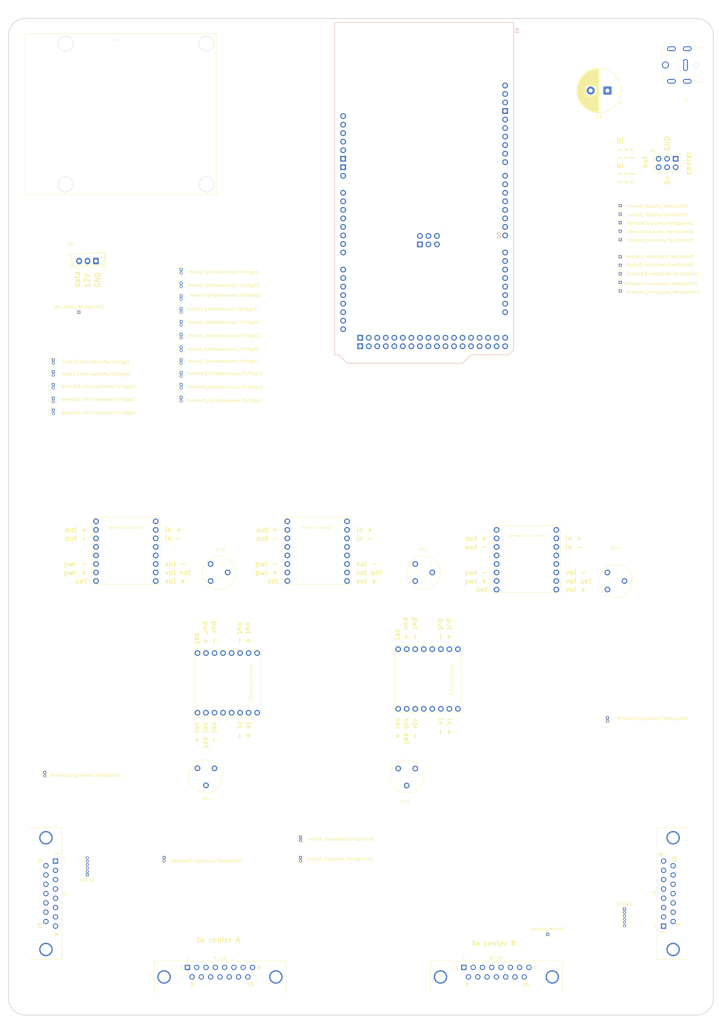
<source format=kicad_pcb>
(kicad_pcb (version 20241229) (generator "pcbnew") (generator_version "9.0")
  (layers (0 "F.Cu" signal) (2 "B.Cu" signal) (13 "F.Paste" user) (15 "B.Paste" user) (5 "F.SilkS" user "F.Silkscreen") (7 "B.SilkS" user "B.Silkscreen") (1 "F.Mask" user) (3 "B.Mask" user) (25 "Edge.Cuts" user))
  (net 0 "")
  (net 4 "/female2{slash}microphone{slash}2")
  (net 49 "/female2{slash}photosensor{slash}2")
  (net 67 "/female2{slash}neopixel")
  (net 68 "/female2{slash}microphone{slash}1")
  (net 69 "/female2{slash}photosensor{slash}1")
  (net 70 "Net-(Extra1-Pin_6)")
  (net 71 "Net-(Extra1-Pin_3)")
  (net 72 "Net-(Extra1-Pin_5)")
  (net 73 "Net-(Extra1-Pin_1)")
  (net 74 "Net-(Extra1-Pin_4)")
  (net 75 "Net-(Extra1-Pin_2)")
  (net 76 "Net-(Extra2-Pin_3)")
  (net 77 "Net-(Extra2-Pin_1)")
  (net 78 "Net-(Extra2-Pin_4)")
  (net 79 "Net-(Extra2-Pin_6)")
  (net 80 "Net-(Extra2-Pin_2)")
  (net 81 "Net-(Extra2-Pin_5)")
  (net 82 "/female1{slash}microphone{slash}1")
  (net 83 "/female1{slash}microphone{slash}2")
  (net 84 "/female1{slash}neopixel")
  (net 85 "/female1{slash}photosensor{slash}1")
  (net 86 "/female1{slash}photosensor{slash}2")
  (net 87 "Net-(female2/amp1-vol_+)")
  (net 88 "Net-(female2/amp1-vol_-)")
  (net 89 "Net-(female1/amp1-vol_-)")
  (net 90 "Net-(female1/amp1-vol_+)")
  (net 91 "/female3{slash}photosensor{slash}1")
  (net 92 "GND")
  (net 93 "+5V")
  (net 94 "Net-(J6-Pin_1)")
  (net 95 "Net-(J6-Pin_5)")
  (net 96 "+12V")
  (net 97 "/dxl_data")
  (net 98 "/volume2")
  (net 99 "/volume5")
  (net 100 "/volume1")
  (net 101 "/volume4")
  (net 102 "/volume3")
  (net 103 "/male1{slash}neopixel")
  (net 104 "/female3{slash}speaker +{slash}out")
  (net 105 "/female3{slash}microphone{slash}1")
  (net 106 "/female3{slash}speaker -{slash}out")
  (net 107 "/female3{slash}neopixel")
  (net 108 "/male2{slash}bar neopixel")
  (net 109 "Net-(center/extra1-Pin_1)")
  (net 110 "/male2{slash}neopixel")
  (net 111 "/male1{slash}state LED")
  (net 112 "/male1{slash}spearker -")
  (net 113 "/male1{slash}bar neopixel")
  (net 114 "/male2{slash}speaker +{slash}out")
  (net 115 "/male2{slash}state LED")
  (net 116 "/male1{slash}speaker +{slash}out")
  (net 117 "/male2{slash}speaker -{slash}out")
  (net 118 "/female1{slash}speaker +{slash}out")
  (net 119 "/female1{slash}speaker -{slash}out")
  (net 120 "/female2{slash}speaker +{slash}out")
  (net 121 "/female2{slash}speaker -{slash}out")
  (net 122 "Net-(female3/amp1-vol_+)")
  (net 123 "Net-(female3/amp1-vol_-)")
  (net 124 "Net-(male1/amp1-vol_-)")
  (net 125 "Net-(male1/amp1-vol_+)")
  (net 126 "Net-(male2/amp1-vol_-)")
  (net 127 "Net-(male2/amp1-vol_+)")
  (net 128 "/female3{slash}photosensor{slash}2")
  (net 129 "/female3{slash}microphone{slash}2")
  (net 130 "/male1{slash}speaker -{slash}out")
  (net 131 "/male1{slash}photosensor{slash}D{slash}1")
  (net 132 "/male1{slash}photosensor{slash}B{slash}1")
  (net 133 "/male1{slash}microphone{slash}1")
  (net 134 "/male1{slash}photosensor{slash}C{slash}1")
  (net 135 "/male1{slash}photosensor{slash}A{slash}1")
  (net 136 "/male1{slash}microphone{slash}2")
  (net 137 "/male2{slash}photosensor{slash}D{slash}2")
  (net 138 "/male1{slash}photosensor{slash}A{slash}2")
  (net 139 "/male1{slash}photosensor{slash}C{slash}2")
  (net 140 "/male1{slash}photosensor{slash}D{slash}2")
  (net 141 "/male1{slash}photosensor{slash}B{slash}2")
  (net 142 "/male2{slash}microphone{slash}2")
  (net 143 "/male2{slash}photosensor{slash}B{slash}2")
  (net 144 "/male2{slash}photosensor{slash}C{slash}2")
  (net 145 "/male2{slash}photosensor{slash}A{slash}2")
  (net 146 "/male2{slash}photosensor{slash}A{slash}1")
  (net 147 "/male2{slash}photosensor{slash}C{slash}1")
  (net 148 "/male2{slash}photosensor{slash}B{slash}1")
  (net 149 "/male2{slash}photosensor{slash}D{slash}1")
  (net 150 "/male2{slash}microphone{slash}1")
  (net 151 "/female1{slash}audio")
  (net 152 "/female2{slash}audio")
  (net 153 "/female3{slash}audio")
  (net 154 "/male1{slash}audio")
  (net 155 "/male2{slash}audio")
  (footprint "Connector_PinHeader_1.00mm:PinHeader_1x01_P1.00mm_Vertical" (layer "F.Cu") (at 222.25 146.05)
    (property "Reference" "male2/neopixel/testpoint1" (at 12 -0.2 0) (layer "F.SilkS"))
    (property "Value" "Conn_01x01" (hide yes))
    (pad "1" thru_hole rect (at 0 0) (size 0.85 0.85) (drill 0.5) (layers "*.Cu" "*.Mask") (net 110 "/male2{slash}neopixel"))
  )
  (footprint "custom1:custom potentiometer 1" (layer "F.Cu") (at 156.1 296.02)
    (property "Reference" "RV2" (at 2.12 9.96 0) (layer "F.SilkS") (effects (font (thickness 0.1))))
    (property "Value" "R_Potentiometer")
    (pad "1" thru_hole circle (at 0 0) (size 1.7 1.7) (drill 1) (layers "*.Cu" "*.Mask") (net 127 "Net-(male2/amp1-vol_+)"))
    (pad "2" thru_hole circle (at 2.54 5.08) (size 1.7 1.7) (drill 1) (layers "*.Cu" "*.Mask") (net 99 "/volume5"))
    (pad "3" thru_hole circle (at 5.08 0) (size 1.7 1.7) (drill 1) (layers "*.Cu" "*.Mask") (net 126 "Net-(male2/amp1-vol_-)"))
  )
  (footprint "Connector_PinHeader_1.00mm:PinHeader_1x01_P1.00mm_Vertical" (layer "F.Cu") (at 222.25 135.89)
    (property "Reference" "female2/audio/testpoint1" (at 12.004286 0.14 0) (layer "F.SilkS"))
    (property "Value" "Conn_01x01" (hide yes))
    (pad "1" thru_hole rect (at 0 0) (size 0.85 0.85) (drill 0.5) (layers "*.Cu" "*.Mask") (net 152 "/female2{slash}audio"))
  )
  (footprint "Connector_PinHeader_1.00mm:PinHeader_1x01_P1.00mm_Vertical" (layer "F.Cu") (at 222.25 151.13)
    (property "Reference" "female2/neopixel/testpoint1" (at 12.2 0.36 0) (layer "F.SilkS"))
    (property "Value" "Conn_01x01" (hide yes))
    (pad "1" thru_hole rect (at 0 0) (size 0.85 0.85) (drill 0.5) (layers "*.Cu" "*.Mask") (net 67 "/female2{slash}neopixel"))
  )
  (footprint "Connector_PinHeader_1.00mm:PinHeader_1x01_P1.00mm_Vertical" (layer "F.Cu") (at 222.25 128.27)
    (property "Reference" "male2/audio/testpoint1" (at 11.29 0.14 0) (layer "F.SilkS"))
    (property "Value" "Conn_01x01" (hide yes))
    (pad "1" thru_hole rect (at 0 0) (size 0.85 0.85) (drill 0.5) (layers "*.Cu" "*.Mask") (net 155 "/male2{slash}audio"))
  )
  (footprint "Connector_Dsub:DSUB-15_Pins_Horizontal_P2.77x2.84mm_EdgePinOffset4.94mm_Housed_MountingHolesOffset4.94mm" (layer "F.Cu") (at 93.305 355.3)
    (property "Reference" "A-J3" (at 9.695 -2.8 0) (layer "F.SilkS"))
    (property "Value" "DA15_Socket_MountingHoles")
    (pad "0" thru_hole circle (at -6.955 2.84) (size 4 4) (drill 3.2) (layers "*.Cu" "*.Mask") (net 92 "GND"))
    (pad "0" thru_hole circle (at 26.345 2.84) (size 4 4) (drill 3.2) (layers "*.Cu" "*.Mask") (net 92 "GND"))
    (pad "1" thru_hole rect (at 0 0) (size 1.6 1.6) (drill 1) (layers "*.Cu" "*.Mask") (net 92 "GND"))
    (pad "2" thru_hole circle (at 2.77 0) (size 1.6 1.6) (drill 1) (layers "*.Cu" "*.Mask") (net 96 "+12V"))
    (pad "3" thru_hole circle (at 5.54 0) (size 1.6 1.6) (drill 1) (layers "*.Cu" "*.Mask") (net 105 "/female3{slash}microphone{slash}1"))
    (pad "4" thru_hole circle (at 8.31 0) (size 1.6 1.6) (drill 1) (layers "*.Cu" "*.Mask") (net 91 "/female3{slash}photosensor{slash}1"))
    (pad "5" thru_hole circle (at 11.08 0) (size 1.6 1.6) (drill 1) (layers "*.Cu" "*.Mask") (net 106 "/female3{slash}speaker -{slash}out"))
    (pad "6" thru_hole circle (at 13.85 0) (size 1.6 1.6) (drill 1) (layers "*.Cu" "*.Mask") (net 103 "/male1{slash}neopixel"))
    (pad "7" thru_hole circle (at 16.62 0) (size 1.6 1.6) (drill 1) (layers "*.Cu" "*.Mask") (net 132 "/male1{slash}photosensor{slash}B{slash}1"))
    (pad "8" thru_hole circle (at 19.39 0) (size 1.6 1.6) (drill 1) (layers "*.Cu" "*.Mask") (net 131 "/male1{slash}photosensor{slash}D{slash}1"))
    (pad "9" thru_hole circle (at 1.385 2.84) (size 1.6 1.6) (drill 1) (layers "*.Cu" "*.Mask") (net 93 "+5V"))
    (pad "10" thru_hole circle (at 4.155 2.84) (size 1.6 1.6) (drill 1) (layers "*.Cu" "*.Mask") (net 97 "/dxl_data"))
    (pad "11" thru_hole circle (at 6.925 2.84) (size 1.6 1.6) (drill 1) (layers "*.Cu" "*.Mask") (net 107 "/female3{slash}neopixel"))
    (pad "12" thru_hole circle (at 9.695 2.84) (size 1.6 1.6) (drill 1) (layers "*.Cu" "*.Mask") (net 104 "/female3{slash}speaker +{slash}out"))
    (pad "13" thru_hole circle (at 12.465 2.84) (size 1.6 1.6) (drill 1) (layers "*.Cu" "*.Mask") (net 133 "/male1{slash}microphone{slash}1"))
    (pad "14" thru_hole circle (at 15.235 2.84) (size 1.6 1.6) (drill 1) (layers "*.Cu" "*.Mask") (net 135 "/male1{slash}photosensor{slash}A{slash}1"))
    (pad "15" thru_hole circle (at 18.005 2.84) (size 1.6 1.6) (drill 1) (layers "*.Cu" "*.Mask") (net 134 "/male1{slash}photosensor{slash}C{slash}1"))
  )
  (footprint "custom1:custom potentiometer 1" (layer "F.Cu") (at 218.44 242.68 90)
    (property "Reference" "RV5" (at 12.16 2.24 0) (layer "F.SilkS") (effects (font (thickness 0.1))))
    (property "Value" "R_Potentiometer")
    (pad "1" thru_hole circle (at 0 0 90) (size 1.7 1.7) (drill 1) (layers "*.Cu" "*.Mask") (net 90 "Net-(female1/amp1-vol_+)"))
    (pad "2" thru_hole circle (at 2.54 5.08 90) (size 1.7 1.7) (drill 1) (layers "*.Cu" "*.Mask") (net 102 "/volume3"))
    (pad "3" thru_hole circle (at 5.08 0 90) (size 1.7 1.7) (drill 1) (layers "*.Cu" "*.Mask") (net 89 "Net-(female1/amp1-vol_-)"))
  )
  (footprint "Connector_PinHeader_1.00mm:PinHeader_1x01_P1.00mm_Vertical" (layer "F.Cu") (at 200.66 345.44)
    (property "Reference" "center/extra1" (at 0 -1.61 0) (layer "F.SilkS"))
    (property "Value" "Conn_01x01" (hide yes))
    (pad "1" thru_hole rect (at 0 0) (size 0.85 0.85) (drill 0.5) (layers "*.Cu" "*.Mask") (net 109 "Net-(center/extra1-Pin_1)"))
  )
  (footprint "Connector_Dsub:DSUB-15_Pins_Horizontal_P2.77x2.84mm_EdgePinOffset4.94mm_Housed_MountingHolesOffset4.94mm" (layer "F.Cu") (at 54 323.61 -90)
    (property "Reference" "J1" (at 9.695 -2.8 90) (layer "F.SilkS"))
    (property "Value" "DA15_Socket_MountingHoles")
    (pad "0" thru_hole circle (at -6.955 2.84 270) (size 4 4) (drill 3.2) (layers "*.Cu" "*.Mask") (net 92 "GND"))
    (pad "0" thru_hole circle (at 26.345 2.84 270) (size 4 4) (drill 3.2) (layers "*.Cu" "*.Mask") (net 92 "GND"))
    (pad "1" thru_hole rect (at 0 0 270) (size 1.6 1.6) (drill 1) (layers "*.Cu" "*.Mask") (net 70 "Net-(Extra1-Pin_6)"))
    (pad "2" thru_hole circle (at 2.77 0 270) (size 1.6 1.6) (drill 1) (layers "*.Cu" "*.Mask") (net 74 "Net-(Extra1-Pin_4)"))
    (pad "3" thru_hole circle (at 5.54 0 270) (size 1.6 1.6) (drill 1) (layers "*.Cu" "*.Mask") (net 75 "Net-(Extra1-Pin_2)"))
    (pad "4" thru_hole circle (at 8.31 0 270) (size 1.6 1.6) (drill 1) (layers "*.Cu" "*.Mask") (net 121 "/female2{slash}speaker -{slash}out"))
    (pad "5" thru_hole circle (at 11.08 0 270) (size 1.6 1.6) (drill 1) (layers "*.Cu" "*.Mask") (net 69 "/female2{slash}photosensor{slash}1"))
    (pad "6" thru_hole circle (at 13.85 0 270) (size 1.6 1.6) (drill 1) (layers "*.Cu" "*.Mask") (net 68 "/female2{slash}microphone{slash}1"))
    (pad "7" thru_hole circle (at 16.62 0 270) (size 1.6 1.6) (drill 1) (layers "*.Cu" "*.Mask") (net 96 "+12V"))
    (pad "8" thru_hole circle (at 19.39 0 270) (size 1.6 1.6) (drill 1) (layers "*.Cu" "*.Mask") (net 92 "GND"))
    (pad "9" thru_hole circle (at 1.385 2.84 270) (size 1.6 1.6) (drill 1) (layers "*.Cu" "*.Mask") (net 72 "Net-(Extra1-Pin_5)"))
    (pad "10" thru_hole circle (at 4.155 2.84 270) (size 1.6 1.6) (drill 1) (layers "*.Cu" "*.Mask") (net 71 "Net-(Extra1-Pin_3)"))
    (pad "11" thru_hole circle (at 6.925 2.84 270) (size 1.6 1.6) (drill 1) (layers "*.Cu" "*.Mask") (net 73 "Net-(Extra1-Pin_1)"))
    (pad "12" thru_hole circle (at 9.695 2.84 270) (size 1.6 1.6) (drill 1) (layers "*.Cu" "*.Mask") (net 120 "/female2{slash}speaker +{slash}out"))
    (pad "13" thru_hole circle (at 12.465 2.84 270) (size 1.6 1.6) (drill 1) (layers "*.Cu" "*.Mask") (net 67 "/female2{slash}neopixel"))
    (pad "14" thru_hole circle (at 15.235 2.84 270) (size 1.6 1.6) (drill 1) (layers "*.Cu" "*.Mask") (net 97 "/dxl_data"))
    (pad "15" thru_hole circle (at 18.005 2.84 270) (size 1.6 1.6) (drill 1) (layers "*.Cu" "*.Mask") (net 93 "+5V"))
  )
  (footprint "custom1:SparkFun Mono Audio Amp Breakout TPA2005D1" (layer "F.Cu") (at 66.08 240.14)
    (property "Reference" "female2/amp1" (at 9 -16 0) (layer "F.SilkS") (effects (font (thickness 0.1))))
    (property "Value" "~")
    (fp_text user "pwr +" (at -2.54 -2.54 0) (layer "F.SilkS") (effects (font (size 1.5 1.5) (thickness 0.3) (bold yes)) (justify right)))
    (fp_text user "in +" (at 20.32 -15.24 0) (layer "F.SilkS") (effects (font (size 1.5 1.5) (thickness 0.3) (bold yes)) (justify left)))
    (fp_text user "pwr -" (at -2.54 -5.08 0) (layer "F.SilkS") (effects (font (size 1.5 1.5) (thickness 0.3) (bold yes)) (justify right)))
    (fp_text user "in -" (at 20.32 -12.7 0) (layer "F.SilkS") (effects (font (size 1.5 1.5) (thickness 0.3) (bold yes)) (justify left)))
    (fp_text user "set" (at -2.54 0 0) (layer "F.SilkS") (effects (font (size 1.5 1.5) (thickness 0.3) (bold yes)) (justify right)))
    (fp_text user "out -" (at -2.54 -12.7 0) (layer "F.SilkS") (effects (font (size 1.5 1.5) (thickness 0.3) (bold yes)) (justify right)))
    (fp_text user "vol -" (at 20.32 -5.08 0) (layer "F.SilkS") (effects (font (size 1.5 1.5) (thickness 0.3) (bold yes)) (justify left)))
    (fp_text user "vol set" (at 20.32 -2.54 0) (layer "F.SilkS") (effects (font (size 1.5 1.5) (thickness 0.3) (bold yes)) (justify left)))
    (fp_text user "out +" (at -2.54 -15.24 0) (layer "F.SilkS") (effects (font (size 1.5 1.5) (thickness 0.3) (bold yes)) (justify right)))
    (fp_text user "vol +" (at 20.32 0 0) (layer "F.SilkS") (effects (font (size 1.5 1.5) (thickness 0.3) (bold yes)) (justify left)))
    (pad "" thru_hole circle (at 0 -17.78) (size 1.7 1.7) (drill 1) (layers "*.Cu" "*.Mask"))
    (pad "" thru_hole circle (at 0 -10.16) (size 1.7 1.7) (drill 1) (layers "*.Cu" "*.Mask"))
    (pad "" thru_hole circle (at 0 -7.62) (size 1.7 1.7) (drill 1) (layers "*.Cu" "*.Mask"))
    (pad "" thru_hole circle (at 17.78 -17.78) (size 1.7 1.7) (drill 1) (layers "*.Cu" "*.Mask"))
    (pad "" thru_hole circle (at 17.78 -10.16) (size 1.7 1.7) (drill 1) (layers "*.Cu" "*.Mask"))
    (pad "" thru_hole circle (at 17.78 -7.62) (size 1.7 1.7) (drill 1) (layers "*.Cu" "*.Mask"))
    (pad "1" thru_hole circle (at 0 -15.24) (size 1.7 1.7) (drill 1) (layers "*.Cu" "*.Mask") (net 120 "/female2{slash}speaker +{slash}out"))
    (pad "2" thru_hole circle (at 0 -12.7) (size 1.7 1.7) (drill 1) (layers "*.Cu" "*.Mask") (net 121 "/female2{slash}speaker -{slash}out"))
    (pad "3" thru_hole circle (at 0 -5.08) (size 1.7 1.7) (drill 1) (layers "*.Cu" "*.Mask") (net 92 "GND"))
    (pad "4" thru_hole circle (at 0 -2.54) (size 1.7 1.7) (drill 1) (layers "*.Cu" "*.Mask") (net 93 "+5V"))
    (pad "5" thru_hole circle (at 0 0) (size 1.7 1.7) (drill 1) (layers "*.Cu" "*.Mask") (net 93 "+5V"))
    (pad "6" thru_hole circle (at 17.78 -15.24) (size 1.7 1.7) (drill 1) (layers "*.Cu" "*.Mask") (net 152 "/female2{slash}audio"))
    (pad "7" thru_hole circle (at 17.78 -12.7) (size 1.7 1.7) (drill 1) (layers "*.Cu" "*.Mask") (net 92 "GND"))
    (pad "8" thru_hole circle (at 17.78 -5.08) (size 1.7 1.7) (drill 1) (layers "*.Cu" "*.Mask") (net 88 "Net-(female2/amp1-vol_-)"))
    (pad "9" thru_hole circle (at 17.78 -2.54) (size 1.7 1.7) (drill 1) (layers "*.Cu" "*.Mask") (net 100 "/volume1"))
    (pad "10" thru_hole circle (at 17.78 0) (size 1.7 1.7) (drill 1) (layers "*.Cu" "*.Mask") (net 87 "Net-(female2/amp1-vol_+)"))
  )
  (footprint "Connector_PinHeader_1.00mm:PinHeader_1x02_P1.00mm_Vertical" (layer "F.Cu") (at 127 316.5)
    (property "Reference" "male1/speaker/testpoint1" (at 12 0.5 0) (layer "F.SilkS"))
    (property "Value" "Conn_01x01" (hide yes))
    (pad "1" thru_hole rect (at 0 0) (size 0.85 0.85) (drill 0.5) (layers "*.Cu" "*.Mask") (net 116 "/male1{slash}speaker +{slash}out"))
    (pad "2" thru_hole circle (at 0 1) (size 0.85 0.85) (drill 0.5) (layers "*.Cu" "*.Mask") (net 130 "/male1{slash}speaker -{slash}out"))
  )
  (footprint "Connector_PinHeader_1.00mm:PinHeader_1x01_P1.00mm_Vertical" (layer "F.Cu") (at 222.25 133.35)
    (property "Reference" "female3/audio/testpoint1" (at 12.004286 0.14 0) (layer "F.SilkS"))
    (property "Value" "Conn_01x01" (hide yes))
    (pad "1" thru_hole rect (at 0 0) (size 0.85 0.85) (drill 0.5) (layers "*.Cu" "*.Mask") (net 153 "/female3{slash}audio"))
  )
  (footprint "Capacitor_THT:CP_Radial_D13.0mm_P5.00mm" (layer "F.Cu") (at 218.44 93.98 180)
    (property "Reference" "C1" (at 2.5 -7.75 0) (layer "F.SilkS"))
    (property "Value" "C_Polarized")
    (pad "1" thru_hole rect (at 0 0 180) (size 2.4 2.4) (drill 1.2) (layers "*.Cu" "*.Mask") (net 93 "+5V"))
    (pad "2" thru_hole circle (at 5 0 180) (size 2.4 2.4) (drill 1.2) (layers "*.Cu" "*.Mask") (net 92 "GND"))
  )
  (footprint "Connector_PinHeader_1.00mm:PinHeader_1x02_P1.00mm_Vertical" (layer "F.Cu") (at 91.44 185.42)
    (property "Reference" "female1/photosensor/bridge1" (at 13.02 0.87 0) (layer "F.SilkS"))
    (property "Value" "Conn_01x01" (hide yes))
    (pad "1" thru_hole rect (at 0 0) (size 0.85 0.85) (drill 0.5) (layers "*.Cu" "*.Mask") (net 85 "/female1{slash}photosensor{slash}1"))
    (pad "2" thru_hole circle (at 0 1) (size 0.85 0.85) (drill 0.5) (layers "*.Cu" "*.Mask") (net 86 "/female1{slash}photosensor{slash}2"))
  )
  (footprint "Connector_PinHeader_1.00mm:PinHeader_1x01_P1.00mm_Vertical" (layer "F.Cu") (at 222.25 138.43)
    (property "Reference" "female1/audio/testpoint1" (at 12.004286 0.14 0) (layer "F.SilkS"))
    (property "Value" "Conn_01x01" (hide yes))
    (pad "1" thru_hole rect (at 0 0) (size 0.85 0.85) (drill 0.5) (layers "*.Cu" "*.Mask") (net 151 "/female1{slash}audio"))
  )
  (footprint "Connector_PinHeader_1.00mm:PinHeader_1x06_P1.00mm_Vertical" (layer "F.Cu") (at 63.5 327.66 180)
    (property "Reference" "Extra1" (at 0 -1.61 0) (layer "F.SilkS"))
    (property "Value" "Conn_01x06")
    (pad "1" thru_hole rect (at 0 0 180) (size 0.85 0.85) (drill 0.5) (layers "*.Cu" "*.Mask") (net 73 "Net-(Extra1-Pin_1)"))
    (pad "2" thru_hole circle (at 0 1 180) (size 0.85 0.85) (drill 0.5) (layers "*.Cu" "*.Mask") (net 75 "Net-(Extra1-Pin_2)"))
    (pad "3" thru_hole circle (at 0 2 180) (size 0.85 0.85) (drill 0.5) (layers "*.Cu" "*.Mask") (net 71 "Net-(Extra1-Pin_3)"))
    (pad "4" thru_hole circle (at 0 3 180) (size 0.85 0.85) (drill 0.5) (layers "*.Cu" "*.Mask") (net 74 "Net-(Extra1-Pin_4)"))
    (pad "5" thru_hole circle (at 0 4 180) (size 0.85 0.85) (drill 0.5) (layers "*.Cu" "*.Mask") (net 72 "Net-(Extra1-Pin_5)"))
    (pad "6" thru_hole circle (at 0 5 180) (size 0.85 0.85) (drill 0.5) (layers "*.Cu" "*.Mask") (net 70 "Net-(Extra1-Pin_6)"))
  )
  (footprint "custom1:custom potentiometer 1" (layer "F.Cu") (at 161.18 240.14 90)
    (property "Reference" "RV1" (at 9.38 2.5 0) (layer "F.SilkS") (effects (font (thickness 0.1))))
    (property "Value" "R_Potentiometer")
    (pad "1" thru_hole circle (at 0 0 90) (size 1.7 1.7) (drill 1) (layers "*.Cu" "*.Mask") (net 125 "Net-(male1/amp1-vol_+)"))
    (pad "2" thru_hole circle (at 2.54 5.08 90) (size 1.7 1.7) (drill 1) (layers "*.Cu" "*.Mask") (net 98 "/volume2"))
    (pad "3" thru_hole circle (at 5.08 0 90) (size 1.7 1.7) (drill 1) (layers "*.Cu" "*.Mask") (net 124 "Net-(male1/amp1-vol_-)"))
  )
  (footprint "Connector_PinHeader_1.00mm:PinHeader_1x02_P1.00mm_Vertical" (layer "F.Cu") (at 91.44 159.02)
    (property "Reference" "male2/photosensor/bridge1" (at 12.02 0.03 0) (layer "F.SilkS"))
    (property "Value" "Conn_01x01" (hide yes))
    (pad "1" thru_hole rect (at 0 0) (size 0.85 0.85) (drill 0.5) (layers "*.Cu" "*.Mask") (net 146 "/male2{slash}photosensor{slash}A{slash}1"))
    (pad "2" thru_hole circle (at 0 1) (size 0.85 0.85) (drill 0.5) (layers "*.Cu" "*.Mask") (net 145 "/male2{slash}photosensor{slash}A{slash}2"))
  )
  (footprint "Connector_PinHeader_1.00mm:PinHeader_1x02_P1.00mm_Vertical" (layer "F.Cu") (at 91.44 162.83)
    (property "Reference" "male1/photosensor/bridge4" (at 12.56 0.17 0) (layer "F.SilkS"))
    (property "Value" "Conn_01x01" (hide yes))
    (pad "1" thru_hole rect (at 0 0) (size 0.85 0.85) (drill 0.5) (layers "*.Cu" "*.Mask") (net 131 "/male1{slash}photosensor{slash}D{slash}1"))
    (pad "2" thru_hole circle (at 0 1) (size 0.85 0.85) (drill 0.5) (layers "*.Cu" "*.Mask") (net 140 "/male1{slash}photosensor{slash}D{slash}2"))
  )
  (footprint "Connector_PinHeader_1.00mm:PinHeader_1x02_P1.00mm_Vertical" (layer "F.Cu") (at 91.44 147.32)
    (property "Reference" "male2/photosensor/bridge4" (at 12.56 0.68 0) (layer "F.SilkS"))
    (property "Value" "Conn_01x01" (hide yes))
    (pad "1" thru_hole rect (at 0 0) (size 0.85 0.85) (drill 0.5) (layers "*.Cu" "*.Mask") (net 149 "/male2{slash}photosensor{slash}D{slash}1"))
    (pad "2" thru_hole circle (at 0 1) (size 0.85 0.85) (drill 0.5) (layers "*.Cu" "*.Mask") (net 137 "/male2{slash}photosensor{slash}D{slash}2"))
  )
  (footprint "custom1:PJ-082BH jack 10A" (layer "F.Cu") (at 247.7 81.51 -90)
    (property "Reference" "J2" (at 15.22 6.08 270) (layer "F.SilkS") (effects (font (thickness 0.1))))
    (property "Value" "Jack-DC")
    (fp_circle (center 4.85 2.75) (end 5.65 2.75) (stroke (width 0.1)) (fill no) (layer "Edge.Cuts"))
    (pad "1" thru_hole circle (at 4.85 12) (size 2.1 2.1) (drill 1.5) (layers "*.Cu" "*.Mask") (net 95 "Net-(J6-Pin_5)"))
    (pad "2" thru_hole oval (at 4.85 6) (size 1.4 3.6) (drill oval 0.8 3) (layers "*.Cu" "*.Mask") (net 94 "Net-(J6-Pin_1)"))
    (pad "3" thru_hole oval (at 0 5.5 270) (size 1.4 2.6) (drill oval 0.8 2) (layers "*.Cu" "*.Mask"))
    (pad "4" thru_hole oval (at 0 10.2 270) (size 1.4 2.6) (drill oval 0.8 2) (layers "*.Cu" "*.Mask"))
    (pad "5" thru_hole oval (at 9.7 5.5 270) (size 1.4 2.6) (drill oval 0.8 2) (layers "*.Cu" "*.Mask"))
    (pad "6" thru_hole oval (at 9.7 10.2 270) (size 1.4 2.6) (drill oval 0.8 2) (layers "*.Cu" "*.Mask"))
  )
  (footprint "Connector_PinHeader_1.00mm:PinHeader_1x01_P1.00mm_Vertical" (layer "F.Cu") (at 222.25 143.51)
    (property "Reference" "male1/neopixel/testpoint1" (at 12 -0.066667 0) (layer "F.SilkS"))
    (property "Value" "Conn_01x01" (hide yes))
    (pad "1" thru_hole rect (at 0 0) (size 0.85 0.85) (drill 0.5) (layers "*.Cu" "*.Mask") (net 103 "/male1{slash}neopixel"))
  )
  (footprint "Connector_Dsub:DSUB-15_Pins_Horizontal_P2.77x2.84mm_EdgePinOffset4.94mm_Housed_MountingHolesOffset4.94mm" (layer "F.Cu") (at 175.655 355.3)
    (property "Reference" "B-J4" (at 9.695 -2.8 0) (layer "F.SilkS"))
    (property "Value" "DA15_Socket_MountingHoles")
    (pad "0" thru_hole circle (at -6.955 2.84) (size 4 4) (drill 3.2) (layers "*.Cu" "*.Mask") (net 92 "GND"))
    (pad "0" thru_hole circle (at 26.345 2.84) (size 4 4) (drill 3.2) (layers "*.Cu" "*.Mask") (net 92 "GND"))
    (pad "1" thru_hole rect (at 0 0) (size 1.6 1.6) (drill 1) (layers "*.Cu" "*.Mask") (net 111 "/male1{slash}state LED"))
    (pad "2" thru_hole circle (at 2.77 0) (size 1.6 1.6) (drill 1) (layers "*.Cu" "*.Mask") (net 112 "/male1{slash}spearker -"))
    (pad "3" thru_hole circle (at 5.54 0) (size 1.6 1.6) (drill 1) (layers "*.Cu" "*.Mask") (net 110 "/male2{slash}neopixel"))
    (pad "4" thru_hole circle (at 8.31 0) (size 1.6 1.6) (drill 1) (layers "*.Cu" "*.Mask") (net 148 "/male2{slash}photosensor{slash}B{slash}1"))
    (pad "5" thru_hole circle (at 11.08 0) (size 1.6 1.6) (drill 1) (layers "*.Cu" "*.Mask") (net 149 "/male2{slash}photosensor{slash}D{slash}1"))
    (pad "6" thru_hole circle (at 13.85 0) (size 1.6 1.6) (drill 1) (layers "*.Cu" "*.Mask") (net 114 "/male2{slash}speaker +{slash}out"))
    (pad "7" thru_hole circle (at 16.62 0) (size 1.6 1.6) (drill 1) (layers "*.Cu" "*.Mask") (net 109 "Net-(center/extra1-Pin_1)"))
    (pad "8" thru_hole circle (at 19.39 0) (size 1.6 1.6) (drill 1) (layers "*.Cu" "*.Mask") (net 108 "/male2{slash}bar neopixel"))
    (pad "9" thru_hole circle (at 1.385 2.84) (size 1.6 1.6) (drill 1) (layers "*.Cu" "*.Mask") (net 116 "/male1{slash}speaker +{slash}out"))
    (pad "10" thru_hole circle (at 4.155 2.84) (size 1.6 1.6) (drill 1) (layers "*.Cu" "*.Mask") (net 150 "/male2{slash}microphone{slash}1"))
    (pad "11" thru_hole circle (at 6.925 2.84) (size 1.6 1.6) (drill 1) (layers "*.Cu" "*.Mask") (net 146 "/male2{slash}photosensor{slash}A{slash}1"))
    (pad "12" thru_hole circle (at 9.695 2.84) (size 1.6 1.6) (drill 1) (layers "*.Cu" "*.Mask") (net 147 "/male2{slash}photosensor{slash}C{slash}1"))
    (pad "13" thru_hole circle (at 12.465 2.84) (size 1.6 1.6) (drill 1) (layers "*.Cu" "*.Mask") (net 115 "/male2{slash}state LED"))
    (pad "14" thru_hole circle (at 15.235 2.84) (size 1.6 1.6) (drill 1) (layers "*.Cu" "*.Mask") (net 117 "/male2{slash}speaker -{slash}out"))
    (pad "15" thru_hole circle (at 18.005 2.84) (size 1.6 1.6) (drill 1) (layers "*.Cu" "*.Mask") (net 113 "/male1{slash}bar neopixel"))
  )
  (footprint "PCM_arduino-library:Arduino_Mega2560_R3_Shield" (layer "F.Cu") (at 137.16 73.66 -90)
    (property "Reference" "A1" (at 2.54 -54.356 90) (layer "B.SilkS") (effects (justify mirror)))
    (property "Value" "Arduino_Mega2560_R3_Shield")
    (fp_text user "." (at 62.484 -32.004 90) (layer "F.SilkS"))
    (fp_text user "D0" (at 63.5 -48.895 270) (layer "F.SilkS"))
    (fp_text user "." (at 62.484 -32.004 90) (layer "B.SilkS"))
    (fp_text user "D0" (at 63.5 -48.895 270) (layer "B.SilkS") (effects (justify mirror)))
    (pad "" np_thru_hole circle (at 13.97 -2.54 270) (size 3.2 3.2) (drill 3.2) (layers "*.Cu" "*.Mask"))
    (pad "" np_thru_hole circle (at 15.24 -50.8 270) (size 3.2 3.2) (drill 3.2) (layers "*.Cu" "*.Mask"))
    (pad "" thru_hole oval (at 27.94 -2.54 270) (size 1.7272 1.7272) (drill 1.016) (layers "*.Cu" "*.Mask"))
    (pad "" np_thru_hole circle (at 66.04 -35.56 270) (size 3.2 3.2) (drill 3.2) (layers "*.Cu" "*.Mask"))
    (pad "" np_thru_hole circle (at 66.04 -7.62 270) (size 3.2 3.2) (drill 3.2) (layers "*.Cu" "*.Mask"))
    (pad "" np_thru_hole circle (at 90.17 -50.8 270) (size 3.2 3.2) (drill 3.2) (layers "*.Cu" "*.Mask"))
    (pad "" np_thru_hole circle (at 96.52 -2.54 270) (size 3.2 3.2) (drill 3.2) (layers "*.Cu" "*.Mask"))
    (pad "3V3" thru_hole oval (at 35.56 -2.54 270) (size 1.7272 1.7272) (drill 1.016) (layers "*.Cu" "*.Mask"))
    (pad "5V1" thru_hole oval (at 38.1 -2.54 270) (size 1.7272 1.7272) (drill 1.016) (layers "*.Cu" "*.Mask"))
    (pad "5V2" thru_hole oval (at 66.167 -30.48 270) (size 1.7272 1.7272) (drill 1.016) (layers "*.Cu" "*.Mask"))
    (pad "5V3" thru_hole oval (at 93.98 -50.8 270) (size 1.7272 1.7272) (drill 1.016) (layers "*.Cu" "*.Mask"))
    (pad "5V4" thru_hole oval (at 96.52 -50.8 270) (size 1.7272 1.7272) (drill 1.016) (layers "*.Cu" "*.Mask"))
    (pad "A0" thru_hole oval (at 50.8 -2.54 270) (size 1.7272 1.7272) (drill 1.016) (layers "*.Cu" "*.Mask") (net 83 "/female1{slash}microphone{slash}2"))
    (pad "A1" thru_hole oval (at 53.34 -2.54 270) (size 1.7272 1.7272) (drill 1.016) (layers "*.Cu" "*.Mask") (net 4 "/female2{slash}microphone{slash}2"))
    (pad "A2" thru_hole oval (at 55.88 -2.54 270) (size 1.7272 1.7272) (drill 1.016) (layers "*.Cu" "*.Mask") (net 129 "/female3{slash}microphone{slash}2"))
    (pad "A3" thru_hole oval (at 58.42 -2.54 270) (size 1.7272 1.7272) (drill 1.016) (layers "*.Cu" "*.Mask") (net 136 "/male1{slash}microphone{slash}2"))
    (pad "A4" thru_hole oval (at 60.96 -2.54 270) (size 1.7272 1.7272) (drill 1.016) (layers "*.Cu" "*.Mask") (net 142 "/male2{slash}microphone{slash}2"))
    (pad "A5" thru_hole oval (at 63.5 -2.54 270) (size 1.7272 1.7272) (drill 1.016) (layers "*.Cu" "*.Mask") (net 86 "/female1{slash}photosensor{slash}2"))
    (pad "A6" thru_hole oval (at 66.04 -2.54 270) (size 1.7272 1.7272) (drill 1.016) (layers "*.Cu" "*.Mask") (net 49 "/female2{slash}photosensor{slash}2"))
    (pad "A7" thru_hole oval (at 68.58 -2.54 270) (size 1.7272 1.7272) (drill 1.016) (layers "*.Cu" "*.Mask") (net 128 "/female3{slash}photosensor{slash}2"))
    (pad "A8" thru_hole oval (at 73.66 -2.54 270) (size 1.7272 1.7272) (drill 1.016) (layers "*.Cu" "*.Mask") (net 138 "/male1{slash}photosensor{slash}A{slash}2"))
    (pad "A9" thru_hole oval (at 76.2 -2.54 270) (size 1.7272 1.7272) (drill 1.016) (layers "*.Cu" "*.Mask") (net 141 "/male1{slash}photosensor{slash}B{slash}2"))
    (pad "A10" thru_hole oval (at 78.74 -2.54 270) (size 1.7272 1.7272) (drill 1.016) (layers "*.Cu" "*.Mask") (net 139 "/male1{slash}photosensor{slash}C{slash}2"))
    (pad "A11" thru_hole oval (at 81.28 -2.54 270) (size 1.7272 1.7272) (drill 1.016) (layers "*.Cu" "*.Mask") (net 140 "/male1{slash}photosensor{slash}D{slash}2"))
    (pad "A12" thru_hole oval (at 83.82 -2.54 270) (size 1.7272 1.7272) (drill 1.016) (layers "*.Cu" "*.Mask") (net 145 "/male2{slash}photosensor{slash}A{slash}2"))
    (pad "A13" thru_hole oval (at 86.36 -2.54 270) (size 1.7272 1.7272) (drill 1.016) (layers "*.Cu" "*.Mask") (net 143 "/male2{slash}photosensor{slash}B{slash}2"))
    (pad "A14" thru_hole oval (at 88.9 -2.54 270) (size 1.7272 1.7272) (drill 1.016) (layers "*.Cu" "*.Mask") (net 144 "/male2{slash}photosensor{slash}C{slash}2"))
    (pad "A15" thru_hole oval (at 91.44 -2.54 270) (size 1.7272 1.7272) (drill 1.016) (layers "*.Cu" "*.Mask") (net 137 "/male2{slash}photosensor{slash}D{slash}2"))
    (pad "AREF" thru_hole oval (at 23.876 -50.8 270) (size 1.7272 1.7272) (drill 1.016) (layers "*.Cu" "*.Mask"))
    (pad "D0" thru_hole oval (at 63.5 -50.8 270) (size 1.7272 1.7272) (drill 1.016) (layers "*.Cu" "*.Mask"))
    (pad "D1" thru_hole oval (at 60.96 -50.8 270) (size 1.7272 1.7272) (drill 1.016) (layers "*.Cu" "*.Mask"))
    (pad "D2" thru_hole oval (at 58.42 -50.8 270) (size 1.7272 1.7272) (drill 1.016) (layers "*.Cu" "*.Mask"))
    (pad "D3" thru_hole oval (at 55.88 -50.8 270) (size 1.7272 1.7272) (drill 1.016) (layers "*.Cu" "*.Mask"))
    (pad "D4" thru_hole oval (at 53.34 -50.8 270) (size 1.7272 1.7272) (drill 1.016) (layers "*.Cu" "*.Mask"))
    (pad "D5" thru_hole oval (at 50.8 -50.8 270) (size 1.7272 1.7272) (drill 1.016) (layers "*.Cu" "*.Mask"))
    (pad "D6" thru_hole oval (at 48.26 -50.8 270) (size 1.7272 1.7272) (drill 1.016) (layers "*.Cu" "*.Mask") (net 84 "/female1{slash}neopixel"))
    (pad "D7" thru_hole oval (at 45.72 -50.8 270) (size 1.7272 1.7272) (drill 1.016) (layers "*.Cu" "*.Mask") (net 67 "/female2{slash}neopixel"))
    (pad "D8" thru_hole oval (at 41.656 -50.8 270) (size 1.7272 1.7272) (drill 1.016) (layers "*.Cu" "*.Mask") (net 107 "/female3{slash}neopixel"))
    (pad "D9" thru_hole oval (at 39.116 -50.8 270) (size 1.7272 1.7272) (drill 1.016) (layers "*.Cu" "*.Mask") (net 103 "/male1{slash}neopixel"))
    (pad "D10" thru_hole oval (at 36.576 -50.8 270) (size 1.7272 1.7272) (drill 1.016) (layers "*.Cu" "*.Mask") (net 110 "/male2{slash}neopixel"))
    (pad "D11" thru_hole oval (at 34.036 -50.8 270) (size 1.7272 1.7272) (drill 1.016) (layers "*.Cu" "*.Mask") (net 151 "/female1{slash}audio"))
    (pad "D12" thru_hole oval (at 31.496 -50.8 270) (size 1.7272 1.7272) (drill 1.016) (layers "*.Cu" "*.Mask") (net 152 "/female2{slash}audio"))
    (pad "D13" thru_hole oval (at 28.956 -50.8 270) (size 1.7272 1.7272) (drill 1.016) (layers "*.Cu" "*.Mask") (net 153 "/female3{slash}audio"))
    (pad "D14" thru_hole oval (at 68.58 -50.8 270) (size 1.7272 1.7272) (drill 1.016) (layers "*.Cu" "*.Mask"))
    (pad "D15" thru_hole oval (at 71.12 -50.8 270) (size 1.7272 1.7272) (drill 1.016) (layers "*.Cu" "*.Mask"))
    (pad "D16" thru_hole oval (at 73.66 -50.8 270) (size 1.7272 1.7272) (drill 1.016) (layers "*.Cu" "*.Mask"))
    (pad "D17" thru_hole oval (at 76.2 -50.8 270) (size 1.7272 1.7272) (drill 1.016) (layers "*.Cu" "*.Mask"))
    (pad "D18" thru_hole oval (at 78.74 -50.8 270) (size 1.7272 1.7272) (drill 1.016) (layers "*.Cu" "*.Mask"))
    (pad "D19" thru_hole oval (at 81.28 -50.8 270) (size 1.7272 1.7272) (drill 1.016) (layers "*.Cu" "*.Mask"))
    (pad "D20" thru_hole oval (at 83.82 -50.8 270) (size 1.7272 1.7272) (drill 1.016) (layers "*.Cu" "*.Mask"))
    (pad "D21" thru_hole oval (at 86.36 -50.8 270) (size 1.7272 1.7272) (drill 1.016) (layers "*.Cu" "*.Mask"))
    (pad "D22" thru_hole oval (at 93.98 -48.26 270) (size 1.7272 1.7272) (drill 1.016) (layers "*.Cu" "*.Mask") (net 154 "/male1{slash}audio"))
    (pad "D23" thru_hole oval (at 96.52 -48.26 270) (size 1.7272 1.7272) (drill 1.016) (layers "*.Cu" "*.Mask") (net 155 "/male2{slash}audio"))
    (pad "D24" thru_hole oval (at 93.98 -45.72 270) (size 1.7272 1.7272) (drill 1.016) (layers "*.Cu" "*.Mask"))
    (pad "D25" thru_hole oval (at 96.52 -45.72 270) (size 1.7272 1.7272) (drill 1.016) (layers "*.Cu" "*.Mask"))
    (pad "D26" thru_hole oval (at 93.98 -43.18 270) (size 1.7272 1.7272) (drill 1.016) (layers "*.Cu" "*.Mask"))
    (pad "D27" thru_hole oval (at 96.52 -43.18 270) (size 1.7272 1.7272) (drill 1.016) (layers "*.Cu" "*.Mask"))
    (pad "D28" thru_hole oval (at 93.98 -40.64 270) (size 1.7272 1.7272) (drill 1.016) (layers "*.Cu" "*.Mask"))
    (pad "D29" thru_hole oval (at 96.52 -40.64 270) (size 1.7272 1.7272) (drill 1.016) (layers "*.Cu" "*.Mask"))
    (pad "D30" thru_hole oval (at 93.98 -38.1 270) (size 1.7272 1.7272) (drill 1.016) (layers "*.Cu" "*.Mask"))
    (pad "D31" thru_hole oval (at 96.52 -38.1 270) (size 1.7272 1.7272) (drill 1.016) (layers "*.Cu" "*.Mask"))
    (pad "D32" thru_hole oval (at 93.98 -35.56 270) (size 1.7272 1.7272) (drill 1.016) (layers "*.Cu" "*.Mask"))
    (pad "D33" thru_hole oval (at 96.52 -35.56 270) (size 1.7272 1.7272) (drill 1.016) (layers "*.Cu" "*.Mask"))
    (pad "D34" thru_hole oval (at 93.98 -33.02 270) (size 1.7272 1.7272) (drill 1.016) (layers "*.Cu" "*.Mask"))
    (pad "D35" thru_hole oval (at 96.52 -33.02 270) (size 1.7272 1.7272) (drill 1.016) (layers "*.Cu" "*.Mask"))
    (pad "D36" thru_hole oval (at 93.98 -30.48 270) (size 1.7272 1.7272) (drill 1.016) (layers "*.Cu" "*.Mask"))
    (pad "D37" thru_hole oval (at 96.52 -30.48 270) (size 1.7272 1.7272) (drill 1.016) (layers "*.Cu" "*.Mask"))
    (pad "D38" thru_hole oval (at 93.98 -27.94 270) (size 1.7272 1.7272) (drill 1.016) (layers "*.Cu" "*.Mask"))
    (pad "D39" thru_hole oval (at 96.52 -27.94 270) (size 1.7272 1.7272) (drill 1.016) (layers "*.Cu" "*.Mask"))
    (pad "D40" thru_hole oval (at 93.98 -25.4 270) (size 1.7272 1.7272) (drill 1.016) (layers "*.Cu" "*.Mask"))
    (pad "D41" thru_hole oval (at 96.52 -25.4 270) (size 1.7272 1.7272) (drill 1.016) (layers "*.Cu" "*.Mask"))
    (pad "D42" thru_hole oval (at 93.98 -22.86 270) (size 1.7272 1.7272) (drill 1.016) (layers "*.Cu" "*.Mask"))
    (pad "D43" thru_hole oval (at 96.52 -22.86 270) (size 1.7272 1.7272) (drill 1.016) (layers "*.Cu" "*.Mask"))
    (pad "D44" thru_hole oval (at 93.98 -20.32 270) (size 1.7272 1.7272) (drill 1.016) (layers "*.Cu" "*.Mask"))
    (pad "D45" thru_hole oval (at 96.52 -20.32 270) (size 1.7272 1.7272) (drill 1.016) (layers "*.Cu" "*.Mask"))
    (pad "D46" thru_hole oval (at 93.98 -17.78 270) (size 1.7272 1.7272) (drill 1.016) (layers "*.Cu" "*.Mask"))
    (pad "D47" thru_hole oval (at 96.52 -17.78 270) (size 1.7272 1.7272) (drill 1.016) (layers "*.Cu" "*.Mask"))
    (pad "D48" thru_hole oval (at 93.98 -15.24 270) (size 1.7272 1.7272) (drill 1.016) (layers "*.Cu" "*.Mask"))
    (pad "D49" thru_hole oval (at 96.52 -15.24 270) (size 1.7272 1.7272) (drill 1.016) (layers "*.Cu" "*.Mask"))
    (pad "D50" thru_hole oval (at 93.98 -12.7 270) (size 1.7272 1.7272) (drill 1.016) (layers "*.Cu" "*.Mask"))
    (pad "D51" thru_hole oval (at 96.52 -12.7 270) (size 1.7272 1.7272) (drill 1.016) (layers "*.Cu" "*.Mask"))
    (pad "D52" thru_hole oval (at 93.98 -10.16 270) (size 1.7272 1.7272) (drill 1.016) (layers "*.Cu" "*.Mask"))
    (pad "D53" thru_hole oval (at 96.52 -10.16 270) (size 1.7272 1.7272) (drill 1.016) (layers "*.Cu" "*.Mask"))
    (pad "GND1" thru_hole rect (at 26.416 -50.8 270) (size 1.7272 1.7272) (drill 1.016) (layers "*.Cu" "*.Mask"))
    (pad "GND2" thru_hole rect (at 40.64 -2.54 270) (size 1.7272 1.7272) (drill 1.016) (layers "*.Cu" "*.Mask") (net 92 "GND"))
    (pad "GND3" thru_hole rect (at 43.18 -2.54 270) (size 1.7272 1.7272) (drill 1.016) (layers "*.Cu" "*.Mask"))
    (pad "GND4" thru_hole rect (at 66.167 -25.4 270) (size 1.7272 1.7272) (drill 1.016) (layers "*.Cu" "*.Mask"))
    (pad "GND5" thru_hole rect (at 93.98 -7.62 270) (size 1.7272 1.7272) (drill 1.016) (layers "*.Cu" "*.Mask"))
    (pad "GND6" thru_hole rect (at 96.52 -7.62 270) (size 1.7272 1.7272) (drill 1.016) (layers "*.Cu" "*.Mask"))
    (pad "IORF" thru_hole oval (at 30.48 -2.54 270) (size 1.7272 1.7272) (drill 1.016) (layers "*.Cu" "*.Mask"))
    (pad "MISO" thru_hole oval (at 63.627 -30.48 270) (size 1.7272 1.7272) (drill 1.016) (layers "*.Cu" "*.Mask"))
    (pad "MOSI" thru_hole oval (at 66.167 -27.94 270) (size 1.7272 1.7272) (drill 1.016) (layers "*.Cu" "*.Mask"))
    (pad "RST1" thru_hole oval (at 33.02 -2.54 270) (size 1.7272 1.7272) (drill 1.016) (layers "*.Cu" "*.Mask"))
    (pad "RST2" thru_hole oval (at 63.627 -25.4 270) (size 1.7272 1.7272) (drill 1.016) (layers "*.Cu" "*.Mask"))
    (pad "SCK" thru_hole oval (at 63.627 -27.94 270) (size 1.7272 1.7272) (drill 1.016) (layers "*.Cu" "*.Mask"))
    (pad "SCL" thru_hole oval (at 18.796 -50.8 270) (size 1.7272 1.7272) (drill 1.016) (layers "*.Cu" "*.Mask"))
    (pad "SDA" thru_hole oval (at 21.336 -50.8 270) (size 1.7272 1.7272) (drill 1.016) (layers "*.Cu" "*.Mask"))
    (pad "VIN" thru_hole oval (at 45.72 -2.54 270) (size 1.7272 1.7272) (drill 1.016) (layers "*.Cu" "*.Mask"))
  )
  (footprint "Connector_PinHeader_1.00mm:PinHeader_1x02_P1.00mm_Vertical" (layer "F.Cu") (at 50.8 297.18)
    (property "Reference" "female2/speaker/testpoint1" (at 12.2 0.82 0) (layer "F.SilkS"))
    (property "Value" "Conn_01x01" (hide yes))
    (pad "1" thru_hole rect (at 0 0) (size 0.85 0.85) (drill 0.5) (layers "*.Cu" "*.Mask") (net 120 "/female2{slash}speaker +{slash}out"))
    (pad "2" thru_hole circle (at 0 1) (size 0.85 0.85) (drill 0.5) (layers "*.Cu" "*.Mask") (net 121 "/female2{slash}speaker -{slash}out"))
  )
  (footprint "custom1:custom potentiometer 1" (layer "F.Cu") (at 100.22 240.14 90)
    (property "Reference" "RV3" (at 9.38 2.92 0) (layer "F.SilkS") (effects (font (thickness 0.1))))
    (property "Value" "R_Potentiometer")
    (pad "1" thru_hole circle (at 0 0 90) (size 1.7 1.7) (drill 1) (layers "*.Cu" "*.Mask") (net 87 "Net-(female2/amp1-vol_+)"))
    (pad "2" thru_hole circle (at 2.54 5.08 90) (size 1.7 1.7) (drill 1) (layers "*.Cu" "*.Mask") (net 100 "/volume1"))
    (pad "3" thru_hole circle (at 5.08 0 90) (size 1.7 1.7) (drill 1) (layers "*.Cu" "*.Mask") (net 88 "Net-(female2/amp1-vol_-)"))
  )
  (footprint "Connector_PinHeader_1.00mm:PinHeader_1x02_P1.00mm_Vertical" (layer "F.Cu") (at 91.44 170.45)
    (property "Reference" "male1/photosensor/bridge2" (at 12.56 0.55 0) (layer "F.SilkS"))
    (property "Value" "Conn_01x01" (hide yes))
    (pad "1" thru_hole rect (at 0 0) (size 0.85 0.85) (drill 0.5) (layers "*.Cu" "*.Mask") (net 132 "/male1{slash}photosensor{slash}B{slash}1"))
    (pad "2" thru_hole circle (at 0 1) (size 0.85 0.85) (drill 0.5) (layers "*.Cu" "*.Mask") (net 141 "/male1{slash}photosensor{slash}B{slash}2"))
  )
  (footprint "Connector_PinHeader_1.00mm:PinHeader_1x06_P1.00mm_Vertical" (layer "F.Cu") (at 223.52 337.9)
    (property "Reference" "Extra2" (at 0 -1.61 0) (layer "F.SilkS"))
    (property "Value" "Conn_01x06")
    (pad "1" thru_hole rect (at 0 0) (size 0.85 0.85) (drill 0.5) (layers "*.Cu" "*.Mask") (net 77 "Net-(Extra2-Pin_1)"))
    (pad "2" thru_hole circle (at 0 1) (size 0.85 0.85) (drill 0.5) (layers "*.Cu" "*.Mask") (net 80 "Net-(Extra2-Pin_2)"))
    (pad "3" thru_hole circle (at 0 2) (size 0.85 0.85) (drill 0.5) (layers "*.Cu" "*.Mask") (net 76 "Net-(Extra2-Pin_3)"))
    (pad "4" thru_hole circle (at 0 3) (size 0.85 0.85) (drill 0.5) (layers "*.Cu" "*.Mask") (net 78 "Net-(Extra2-Pin_4)"))
    (pad "5" thru_hole circle (at 0 4) (size 0.85 0.85) (drill 0.5) (layers "*.Cu" "*.Mask") (net 81 "Net-(Extra2-Pin_5)"))
    (pad "6" thru_hole circle (at 0 5) (size 0.85 0.85) (drill 0.5) (layers "*.Cu" "*.Mask") (net 79 "Net-(Extra2-Pin_6)"))
  )
  (footprint "Connector_JST:JST_EH_B3B-EH-A_1x03_P2.50mm_Vertical" (layer "F.Cu") (at 66.04 144.78 180)
    (property "Reference" "J7" (at 7.66 4.86 0) (layer "F.SilkS"))
    (property "Value" "Conn_01x03")
    (pad "1" thru_hole roundrect (at 0 0 180) (size 1.7 1.95) (drill 0.95) (layers "*.Cu" "*.Mask") (roundrect_rratio 0.147059) (net 92 "GND"))
    (pad "2" thru_hole oval (at 2.5 0 180) (size 1.7 1.95) (drill 0.95) (layers "*.Cu" "*.Mask") (net 96 "+12V"))
    (pad "3" thru_hole oval (at 5 0 180) (size 1.7 1.95) (drill 0.95) (layers "*.Cu" "*.Mask") (net 97 "/dxl_data"))
  )
  (footprint "Connector_PinHeader_1.00mm:PinHeader_1x02_P1.00mm_Vertical" (layer "F.Cu") (at 53.34 174.26)
    (property "Reference" "male2/microphone/bridge1" (at 12.66 0.52 0) (layer "F.SilkS"))
    (property "Value" "Conn_01x01" (hide yes))
    (pad "1" thru_hole rect (at 0 0) (size 0.85 0.85) (drill 0.5) (layers "*.Cu" "*.Mask") (net 150 "/male2{slash}microphone{slash}1"))
    (pad "2" thru_hole circle (at 0 1) (size 0.85 0.85) (drill 0.5) (layers "*.Cu" "*.Mask") (net 142 "/male2{slash}microphone{slash}2"))
  )
  (footprint "Connector_PinHeader_1.00mm:PinHeader_1x02_P1.00mm_Vertical" (layer "F.Cu") (at 53.34 177.8)
    (property "Reference" "male1/microphone/bridge1" (at 12.66 0.6425 0) (layer "F.SilkS"))
    (property "Value" "Conn_01x01" (hide yes))
    (pad "1" thru_hole rect (at 0 0) (size 0.85 0.85) (drill 0.5) (layers "*.Cu" "*.Mask") (net 133 "/male1{slash}microphone{slash}1"))
    (pad "2" thru_hole circle (at 0 1) (size 0.85 0.85) (drill 0.5) (layers "*.Cu" "*.Mask") (net 136 "/male1{slash}microphone{slash}2"))
  )
  (footprint "Connector_PinHeader_1.00mm:PinHeader_1x02_P1.00mm_Vertical" (layer "F.Cu") (at 127 322.58)
    (property "Reference" "male2/speaker/testpoint1" (at 11.761905 0.366667 0) (layer "F.SilkS"))
    (property "Value" "Conn_01x01" (hide yes))
    (pad "1" thru_hole rect (at 0 0) (size 0.85 0.85) (drill 0.5) (layers "*.Cu" "*.Mask") (net 114 "/male2{slash}speaker +{slash}out"))
    (pad "2" thru_hole circle (at 0 1) (size 0.85 0.85) (drill 0.5) (layers "*.Cu" "*.Mask") (net 117 "/male2{slash}speaker -{slash}out"))
  )
  (footprint "custom1:SparkFun Mono Audio Amp Breakout TPA2005D1" (layer "F.Cu") (at 96.3 261.62 -90)
    (property "Reference" "female3/amp1" (at 9 -16 270) (layer "F.SilkS") (effects (font (thickness 0.1))))
    (property "Value" "~")
    (fp_text user "in -" (at 20.32 -12.7 270) (layer "F.SilkS") (effects (font (size 1.5 1.5) (thickness 0.3) (bold yes)) (justify left)))
    (fp_text user "pwr -" (at -2.54 -5.08 270) (layer "F.SilkS") (effects (font (size 1.5 1.5) (thickness 0.3) (bold yes)) (justify right)))
    (fp_text user "in +" (at 20.32 -15.24 270) (layer "F.SilkS") (effects (font (size 1.5 1.5) (thickness 0.3) (bold yes)) (justify left)))
    (fp_text user "set" (at -2.54 0 270) (layer "F.SilkS") (effects (font (size 1.5 1.5) (thickness 0.3) (bold yes)) (justify right)))
    (fp_text user "vol +" (at 20.32 0 270) (layer "F.SilkS") (effects (font (size 1.5 1.5) (thickness 0.3) (bold yes)) (justify left)))
    (fp_text user "out +" (at -2.54 -15.24 270) (layer "F.SilkS") (effects (font (size 1.5 1.5) (thickness 0.3) (bold yes)) (justify right)))
    (fp_text user "out -" (at -2.54 -12.7 270) (layer "F.SilkS") (effects (font (size 1.5 1.5) (thickness 0.3) (bold yes)) (justify right)))
    (fp_text user "vol set" (at 20.32 -2.54 270) (layer "F.SilkS") (effects (font (size 1.5 1.5) (thickness 0.3) (bold yes)) (justify left)))
    (fp_text user "pwr +" (at -2.54 -2.54 270) (layer "F.SilkS") (effects (font (size 1.5 1.5) (thickness 0.3) (bold yes)) (justify right)))
    (fp_text user "vol -" (at 20.32 -5.08 270) (layer "F.SilkS") (effects (font (size 1.5 1.5) (thickness 0.3) (bold yes)) (justify left)))
    (pad "" thru_hole circle (at 0 -17.78 270) (size 1.7 1.7) (drill 1) (layers "*.Cu" "*.Mask"))
    (pad "" thru_hole circle (at 0 -10.16 270) (size 1.7 1.7) (drill 1) (layers "*.Cu" "*.Mask"))
    (pad "" thru_hole circle (at 0 -7.62 270) (size 1.7 1.7) (drill 1) (layers "*.Cu" "*.Mask"))
    (pad "" thru_hole circle (at 17.78 -17.78 270) (size 1.7 1.7) (drill 1) (layers "*.Cu" "*.Mask"))
    (pad "" thru_hole circle (at 17.78 -10.16 270) (size 1.7 1.7) (drill 1) (layers "*.Cu" "*.Mask"))
    (pad "" thru_hole circle (at 17.78 -7.62 270) (size 1.7 1.7) (drill 1) (layers "*.Cu" "*.Mask"))
    (pad "1" thru_hole circle (at 0 -15.24 270) (size 1.7 1.7) (drill 1) (layers "*.Cu" "*.Mask") (net 106 "/female3{slash}speaker -{slash}out"))
    (pad "2" thru_hole circle (at 0 -12.7 270) (size 1.7 1.7) (drill 1) (layers "*.Cu" "*.Mask") (net 104 "/female3{slash}speaker +{slash}out"))
    (pad "3" thru_hole circle (at 0 -5.08 270) (size 1.7 1.7) (drill 1) (layers "*.Cu" "*.Mask") (net 92 "GND"))
    (pad "4" thru_hole circle (at 0 -2.54 270) (size 1.7 1.7) (drill 1) (layers "*.Cu" "*.Mask") (net 93 "+5V"))
    (pad "5" thru_hole circle (at 0 0 270) (size 1.7 1.7) (drill 1) (layers "*.Cu" "*.Mask") (net 93 "+5V"))
    (pad "6" thru_hole circle (at 17.78 -15.24 270) (size 1.7 1.7) (drill 1) (layers "*.Cu" "*.Mask") (net 153 "/female3{slash}audio"))
    (pad "7" thru_hole circle (at 17.78 -12.7 270) (size 1.7 1.7) (drill 1) (layers "*.Cu" "*.Mask") (net 92 "GND"))
    (pad "8" thru_hole circle (at 17.78 -5.08 270) (size 1.7 1.7) (drill 1) (layers "*.Cu" "*.Mask") (net 123 "Net-(female3/amp1-vol_-)"))
    (pad "9" thru_hole circle (at 17.78 -2.54 270) (size 1.7 1.7) (drill 1) (layers "*.Cu" "*.Mask") (net 101 "/volume4"))
    (pad "10" thru_hole circle (at 17.78 0 270) (size 1.7 1.7) (drill 1) (layers "*.Cu" "*.Mask") (net 122 "Net-(female3/amp1-vol_+)"))
  )
  (footprint "Connector_PinHeader_1.00mm:PinHeader_1x01_P1.00mm_Vertical" (layer "F.Cu") (at 60.96 160.02)
    (property "Reference" "dxl_data/testpoint1" (at 0 -1.61 0) (layer "F.SilkS"))
    (property "Value" "Conn_01x01")
    (pad "1" thru_hole rect (at 0 0) (size 0.85 0.85) (drill 0.5) (layers "*.Cu" "*.Mask") (net 97 "/dxl_data"))
  )
  (footprint "custom1:SparkFun Mono Audio Amp Breakout TPA2005D1" (layer "F.Cu") (at 156.1 260.46 -90)
    (property "Reference" "male2/amp1" (at 9 -16 270) (layer "F.SilkS") (effects (font (thickness 0.1))))
    (property "Value" "~")
    (fp_text user "vol set" (at 20.32 -2.54 270) (layer "F.SilkS") (effects (font (size 1.5 1.5) (thickness 0.3) (bold yes)) (justify left)))
    (fp_text user "vol +" (at 20.32 0 270) (layer "F.SilkS") (effects (font (size 1.5 1.5) (thickness 0.3) (bold yes)) (justify left)))
    (fp_text user "pwr +" (at -2.54 -2.54 270) (layer "F.SilkS") (effects (font (size 1.5 1.5) (thickness 0.3) (bold yes)) (justify right)))
    (fp_text user "out +" (at -2.54 -15.24 270) (layer "F.SilkS") (effects (font (size 1.5 1.5) (thickness 0.3) (bold yes)) (justify right)))
    (fp_text user "in -" (at 20.32 -12.7 270) (layer "F.SilkS") (effects (font (size 1.5 1.5) (thickness 0.3) (bold yes)) (justify left)))
    (fp_text user "in +" (at 20.32 -15.24 270) (layer "F.SilkS") (effects (font (size 1.5 1.5) (thickness 0.3) (bold yes)) (justify left)))
    (fp_text user "pwr -" (at -2.54 -5.08 270) (layer "F.SilkS") (effects (font (size 1.5 1.5) (thickness 0.3) (bold yes)) (justify right)))
    (fp_text user "vol -" (at 20.32 -5.08 270) (layer "F.SilkS") (effects (font (size 1.5 1.5) (thickness 0.3) (bold yes)) (justify left)))
    (fp_text user "out -" (at -2.54 -12.7 270) (layer "F.SilkS") (effects (font (size 1.5 1.5) (thickness 0.3) (bold yes)) (justify right)))
    (fp_text user "set" (at -2.54 0 270) (layer "F.SilkS") (effects (font (size 1.5 1.5) (thickness 0.3) (bold yes)) (justify right)))
    (pad "" thru_hole circle (at 0 -17.78 270) (size 1.7 1.7) (drill 1) (layers "*.Cu" "*.Mask"))
    (pad "" thru_hole circle (at 0 -10.16 270) (size 1.7 1.7) (drill 1) (layers "*.Cu" "*.Mask"))
    (pad "" thru_hole circle (at 0 -7.62 270) (size 1.7 1.7) (drill 1) (layers "*.Cu" "*.Mask"))
    (pad "" thru_hole circle (at 17.78 -17.78 270) (size 1.7 1.7) (drill 1) (layers "*.Cu" "*.Mask"))
    (pad "" thru_hole circle (at 17.78 -10.16 270) (size 1.7 1.7) (drill 1) (layers "*.Cu" "*.Mask"))
    (pad "" thru_hole circle (at 17.78 -7.62 270) (size 1.7 1.7) (drill 1) (layers "*.Cu" "*.Mask"))
    (pad "1" thru_hole circle (at 0 -15.24 270) (size 1.7 1.7) (drill 1) (layers "*.Cu" "*.Mask") (net 114 "/male2{slash}speaker +{slash}out"))
    (pad "2" thru_hole circle (at 0 -12.7 270) (size 1.7 1.7) (drill 1) (layers "*.Cu" "*.Mask") (net 117 "/male2{slash}speaker -{slash}out"))
    (pad "3" thru_hole circle (at 0 -5.08 270) (size 1.7 1.7) (drill 1) (layers "*.Cu" "*.Mask") (net 92 "GND"))
    (pad "4" thru_hole circle (at 0 -2.54 270) (size 1.7 1.7) (drill 1) (layers "*.Cu" "*.Mask") (net 93 "+5V"))
    (pad "5" thru_hole circle (at 0 0 270) (size 1.7 1.7) (drill 1) (layers "*.Cu" "*.Mask") (net 93 "+5V"))
    (pad "6" thru_hole circle (at 17.78 -15.24 270) (size 1.7 1.7) (drill 1) (layers "*.Cu" "*.Mask") (net 155 "/male2{slash}audio"))
    (pad "7" thru_hole circle (at 17.78 -12.7 270) (size 1.7 1.7) (drill 1) (layers "*.Cu" "*.Mask") (net 92 "GND"))
    (pad "8" thru_hole circle (at 17.78 -5.08 270) (size 1.7 1.7) (drill 1) (layers "*.Cu" "*.Mask") (net 126 "Net-(male2/amp1-vol_-)"))
    (pad "9" thru_hole circle (at 17.78 -2.54 270) (size 1.7 1.7) (drill 1) (layers "*.Cu" "*.Mask") (net 99 "/volume5"))
    (pad "10" thru_hole circle (at 17.78 0 270) (size 1.7 1.7) (drill 1) (layers "*.Cu" "*.Mask") (net 127 "Net-(male2/amp1-vol_+)"))
  )
  (footprint "custom1:custom potentiometer 1" (layer "F.Cu") (at 96.3 295.96)
    (property "Reference" "RV4" (at 2.76 9.08 0) (layer "F.SilkS") (effects (font (thickness 0.1))))
    (property "Value" "R_Potentiometer")
    (pad "1" thru_hole circle (at 0 0) (size 1.7 1.7) (drill 1) (layers "*.Cu" "*.Mask") (net 122 "Net-(female3/amp1-vol_+)"))
    (pad "2" thru_hole circle (at 2.54 5.08) (size 1.7 1.7) (drill 1) (layers "*.Cu" "*.Mask") (net 101 "/volume4"))
    (pad "3" thru_hole circle (at 5.08 0) (size 1.7 1.7) (drill 1) (layers "*.Cu" "*.Mask") (net 123 "Net-(female3/amp1-vol_-)"))
  )
  (footprint "Connector_PinHeader_1.00mm:PinHeader_1x02_P1.00mm_Vertical" (layer "F.Cu") (at 91.44 166.64)
    (property "Reference" "male1/photosensor/bridge3" (at 12.56 0.36 0) (layer "F.SilkS"))
    (property "Value" "Conn_01x01" (hide yes))
    (pad "1" thru_hole rect (at 0 0) (size 0.85 0.85) (drill 0.5) (layers "*.Cu" "*.Mask") (net 134 "/male1{slash}photosensor{slash}C{slash}1"))
    (pad "2" thru_hole circle (at 0 1) (size 0.85 0.85) (drill 0.5) (layers "*.Cu" "*.Mask") (net 139 "/male1{slash}photosensor{slash}C{slash}2"))
  )
  (footprint "Connector_PinHeader_2.54mm:PinHeader_2x03_P2.54mm_Vertical" (layer "F.Cu") (at 238.76 114.3 -90)
    (property "Reference" "J6" (at -2.46 6.76 0) (layer "F.SilkS"))
    (property "Value" "Conn_02x03_Counter_Clockwise" (hide yes))
    (pad "1" thru_hole rect (at 0 0 270) (size 1.7 1.7) (drill 1) (layers "*.Cu" "*.Mask") (net 94 "Net-(J6-Pin_1)"))
    (pad "2" thru_hole circle (at 2.54 0 270) (size 1.7 1.7) (drill 1) (layers "*.Cu" "*.Mask") (net 94 "Net-(J6-Pin_1)"))
    (pad "3" thru_hole circle (at 0 2.54 270) (size 1.7 1.7) (drill 1) (layers "*.Cu" "*.Mask") (net 93 "+5V"))
    (pad "4" thru_hole circle (at 2.54 2.54 270) (size 1.7 1.7) (drill 1) (layers "*.Cu" "*.Mask") (net 92 "GND"))
    (pad "5" thru_hole circle (at 0 5.08 270) (size 1.7 1.7) (drill 1) (layers "*.Cu" "*.Mask") (net 95 "Net-(J6-Pin_5)"))
    (pad "6" thru_hole circle (at 2.54 5.08 270) (size 1.7 1.7) (drill 1) (layers "*.Cu" "*.Mask") (net 95 "Net-(J6-Pin_5)"))
  )
  (footprint "Connector_PinHeader_1.00mm:PinHeader_1x01_P1.00mm_Vertical" (layer "F.Cu") (at 222.25 148.59)
    (property "Reference" "female3/neopixel/testpoint1" (at 12.86 0 0) (layer "F.SilkS"))
    (property "Value" "Conn_01x01" (hide yes))
    (pad "1" thru_hole rect (at 0 0) (size 0.85 0.85) (drill 0.5) (layers "*.Cu" "*.Mask") (net 107 "/female3{slash}neopixel"))
  )
  (footprint "Connector_PinHeader_1.00mm:PinHeader_1x02_P1.00mm_Vertical" (layer "F.Cu") (at 91.44 151.4)
    (property "Reference" "male2/photosensor/bridge3" (at 12.56 0.6 0) (layer "F.SilkS"))
    (property "Value" "Conn_01x01" (hide yes))
    (pad "1" thru_hole rect (at 0 0) (size 0.85 0.85) (drill 0.5) (layers "*.Cu" "*.Mask") (net 147 "/male2{slash}photosensor{slash}C{slash}1"))
    (pad "2" thru_hole circle (at 0 1) (size 0.85 0.85) (drill 0.5) (layers "*.Cu" "*.Mask") (net 144 "/male2{slash}photosensor{slash}C{slash}2"))
  )
  (footprint "Connector_PinHeader_1.00mm:PinHeader_1x02_P1.00mm_Vertical" (layer "F.Cu") (at 53.34 189.23)
    (property "Reference" "female1/microphone/bridge1" (at 13.374286 0.77 0) (layer "F.SilkS"))
    (property "Value" "Conn_01x01" (hide yes))
    (pad "1" thru_hole rect (at 0 0) (size 0.85 0.85) (drill 0.5) (layers "*.Cu" "*.Mask") (net 82 "/female1{slash}microphone{slash}1"))
    (pad "2" thru_hole circle (at 0 1) (size 0.85 0.85) (drill 0.5) (layers "*.Cu" "*.Mask") (net 83 "/female1{slash}microphone{slash}2"))
  )
  (footprint "Connector_PinHeader_1.00mm:PinHeader_1x02_P1.00mm_Vertical" (layer "F.Cu") (at 53.34 185.69)
    (property "Reference" "female2/microphone/bridge1" (at 13.374286 0.31 0) (layer "F.SilkS"))
    (property "Value" "Conn_01x01" (hide yes))
    (pad "1" thru_hole rect (at 0 0) (size 0.85 0.85) (drill 0.5) (layers "*.Cu" "*.Mask") (net 68 "/female2{slash}microphone{slash}1"))
    (pad "2" thru_hole circle (at 0 1) (size 0.85 0.85) (drill 0.5) (layers "*.Cu" "*.Mask") (net 4 "/female2{slash}microphone{slash}2"))
  )
  (footprint "custom1:SparkFun Mono Audio Amp Breakout TPA2005D1" (layer "F.Cu") (at 185.42 242.68)
    (property "Reference" "female1/amp1" (at 9 -16 0) (layer "F.SilkS") (effects (font (thickness 0.1))))
    (property "Value" "~")
    (fp_text user "pwr -" (at -2.54 -5.08 0) (layer "F.SilkS") (effects (font (size 1.5 1.5) (thickness 0.3) (bold yes)) (justify right)))
    (fp_text user "out +" (at -2.54 -15.24 0) (layer "F.SilkS") (effects (font (size 1.5 1.5) (thickness 0.3) (bold yes)) (justify right)))
    (fp_text user "pwr +" (at -2.54 -2.54 0) (layer "F.SilkS") (effects (font (size 1.5 1.5) (thickness 0.3) (bold yes)) (justify right)))
    (fp_text user "vol -" (at 20.32 -5.08 0) (layer "F.SilkS") (effects (font (size 1.5 1.5) (thickness 0.3) (bold yes)) (justify left)))
    (fp_text user "in -" (at 20.32 -12.7 0) (layer "F.SilkS") (effects (font (size 1.5 1.5) (thickness 0.3) (bold yes)) (justify left)))
    (fp_text user "in +" (at 20.32 -15.24 0) (layer "F.SilkS") (effects (font (size 1.5 1.5) (thickness 0.3) (bold yes)) (justify left)))
    (fp_text user "vol +" (at 20.32 0 0) (layer "F.SilkS") (effects (font (size 1.5 1.5) (thickness 0.3) (bold yes)) (justify left)))
    (fp_text user "vol set" (at 20.32 -2.54 0) (layer "F.SilkS") (effects (font (size 1.5 1.5) (thickness 0.3) (bold yes)) (justify left)))
    (fp_text user "out -" (at -2.54 -12.7 0) (layer "F.SilkS") (effects (font (size 1.5 1.5) (thickness 0.3) (bold yes)) (justify right)))
    (fp_text user "set" (at -2.54 0 0) (layer "F.SilkS") (effects (font (size 1.5 1.5) (thickness 0.3) (bold yes)) (justify right)))
    (pad "" thru_hole circle (at 0 -17.78) (size 1.7 1.7) (drill 1) (layers "*.Cu" "*.Mask"))
    (pad "" thru_hole circle (at 0 -10.16) (size 1.7 1.7) (drill 1) (layers "*.Cu" "*.Mask"))
    (pad "" thru_hole circle (at 0 -7.62) (size 1.7 1.7) (drill 1) (layers "*.Cu" "*.Mask"))
    (pad "" thru_hole circle (at 17.78 -17.78) (size 1.7 1.7) (drill 1) (layers "*.Cu" "*.Mask"))
    (pad "" thru_hole circle (at 17.78 -10.16) (size 1.7 1.7) (drill 1) (layers "*.Cu" "*.Mask"))
    (pad "" thru_hole circle (at 17.78 -7.62) (size 1.7 1.7) (drill 1) (layers "*.Cu" "*.Mask"))
    (pad "1" thru_hole circle (at 0 -15.24) (size 1.7 1.7) (drill 1) (layers "*.Cu" "*.Mask") (net 118 "/female1{slash}speaker +{slash}out"))
    (pad "2" thru_hole circle (at 0 -12.7) (size 1.7 1.7) (drill 1) (layers "*.Cu" "*.Mask") (net 119 "/female1{slash}speaker -{slash}out"))
    (pad "3" thru_hole circle (at 0 -5.08) (size 1.7 1.7) (drill 1) (layers "*.Cu" "*.Mask") (net 92 "GND"))
    (pad "4" thru_hole circle (at 0 -2.54) (size 1.7 1.7) (drill 1) (layers "*.Cu" "*.Mask") (net 93 "+5V"))
    (pad "5" thru_hole circle (at 0 0) (size 1.7 1.7) (drill 1) (layers "*.Cu" "*.Mask") (net 93 "+5V"))
    (pad "6" thru_hole circle (at 17.78 -15.24) (size 1.7 1.7) (drill 1) (layers "*.Cu" "*.Mask") (net 151 "/female1{slash}audio"))
    (pad "7" thru_hole circle (at 17.78 -12.7) (size 1.7 1.7) (drill 1) (layers "*.Cu" "*.Mask") (net 92 "GND"))
    (pad "8" thru_hole circle (at 17.78 -5.08) (size 1.7 1.7) (drill 1) (layers "*.Cu" "*.Mask") (net 89 "Net-(female1/amp1-vol_-)"))
    (pad "9" thru_hole circle (at 17.78 -2.54) (size 1.7 1.7) (drill 1) (layers "*.Cu" "*.Mask") (net 102 "/volume3"))
    (pad "10" thru_hole circle (at 17.78 0) (size 1.7 1.7) (drill 1) (layers "*.Cu" "*.Mask") (net 90 "Net-(female1/amp1-vol_+)"))
  )
  (footprint "custom1:u2d2_mounting" (layer "F.Cu") (at 45 77)
    (property "Reference" "U1" (at 27 2 0) (layer "F.SilkS") (effects (font (thickness 0.1))))
    (property "Value" "~")
    (fp_circle (center 12 3) (end 14.25 3) (stroke (width 0.1)) (fill no) (layer "Edge.Cuts"))
    (fp_circle (center 12 45) (end 14.25 45) (stroke (width 0.1)) (fill no) (layer "Edge.Cuts"))
    (fp_circle (center 54 3) (end 56.25 3) (stroke (width 0.1)) (fill no) (layer "Edge.Cuts"))
    (fp_circle (center 54 45) (end 56.25 45) (stroke (width 0.1)) (fill no) (layer "Edge.Cuts"))
  )
  (footprint "Connector_PinHeader_1.00mm:PinHeader_1x01_P1.00mm_Vertical" (layer "F.Cu") (at 222.25 153.67)
    (property "Reference" "female1/neopixel/testpoint1" (at 12.8 0.36 0) (layer "F.SilkS"))
    (property "Value" "Conn_01x01" (hide yes))
    (pad "1" thru_hole rect (at 0 0) (size 0.85 0.85) (drill 0.5) (layers "*.Cu" "*.Mask") (net 84 "/female1{slash}neopixel"))
  )
  (footprint "Connector_PinHeader_1.00mm:PinHeader_1x02_P1.00mm_Vertical" (layer "F.Cu") (at 218.44 280.94)
    (property "Reference" "female1/speaker/testpoint1" (at 13.500001 0.12 0) (layer "F.SilkS"))
    (property "Value" "Conn_01x01" (hide yes))
    (pad "1" thru_hole rect (at 0 0) (size 0.85 0.85) (drill 0.5) (layers "*.Cu" "*.Mask") (net 118 "/female1{slash}speaker +{slash}out"))
    (pad "2" thru_hole circle (at 0 1) (size 0.85 0.85) (drill 0.5) (layers "*.Cu" "*.Mask") (net 119 "/female1{slash}speaker -{slash}out"))
  )
  (footprint "Connector_PinHeader_1.00mm:PinHeader_1x02_P1.00mm_Vertical" (layer "F.Cu") (at 91.44 155.21)
    (property "Reference" "male2/photosensor/bridge2" (at 13.05 -0.29 0) (layer "F.SilkS"))
    (property "Value" "Conn_01x01" (hide yes))
    (pad "1" thru_hole rect (at 0 0) (size 0.85 0.85) (drill 0.5) (layers "*.Cu" "*.Mask") (net 148 "/male2{slash}photosensor{slash}B{slash}1"))
    (pad "2" thru_hole circle (at 0 1) (size 0.85 0.85) (drill 0.5) (layers "*.Cu" "*.Mask") (net 143 "/male2{slash}photosensor{slash}B{slash}2"))
  )
  (footprint "Connector_Dsub:DSUB-15_Pins_Horizontal_P2.77x2.84mm_EdgePinOffset4.94mm_Housed_MountingHolesOffset4.94mm" (layer "F.Cu") (at 235.16 343 90)
    (property "Reference" "J5" (at 9.695 -2.8 90) (layer "F.SilkS"))
    (property "Value" "DA15_Socket_MountingHoles")
    (pad "0" thru_hole circle (at -6.955 2.84 90) (size 4 4) (drill 3.2) (layers "*.Cu" "*.Mask") (net 92 "GND"))
    (pad "0" thru_hole circle (at 26.345 2.84 90) (size 4 4) (drill 3.2) (layers "*.Cu" "*.Mask") (net 92 "GND"))
    (pad "1" thru_hole rect (at 0 0 90) (size 1.6 1.6) (drill 1) (layers "*.Cu" "*.Mask") (net 79 "Net-(Extra2-Pin_6)"))
    (pad "2" thru_hole circle (at 2.77 0 90) (size 1.6 1.6) (drill 1) (layers "*.Cu" "*.Mask") (net 78 "Net-(Extra2-Pin_4)"))
    (pad "3" thru_hole circle (at 5.54 0 90) (size 1.6 1.6) (drill 1) (layers "*.Cu" "*.Mask") (net 80 "Net-(Extra2-Pin_2)"))
    (pad "4" thru_hole circle (at 8.31 0 90) (size 1.6 1.6) (drill 1) (layers "*.Cu" "*.Mask") (net 119 "/female1{slash}speaker -{slash}out"))
    (pad "5" thru_hole circle (at 11.08 0 90) (size 1.6 1.6) (drill 1) (layers "*.Cu" "*.Mask") (net 85 "/female1{slash}photosensor{slash}1"))
    (pad "6" thru_hole circle (at 13.85 0 90) (size 1.6 1.6) (drill 1) (layers "*.Cu" "*.Mask") (net 82 "/female1{slash}microphone{slash}1"))
    (pad "7" thru_hole circle (at 16.62 0 90) (size 1.6 1.6) (drill 1) (layers "*.Cu" "*.Mask") (net 96 "+12V"))
    (pad "8" thru_hole circle (at 19.39 0 90) (size 1.6 1.6) (drill 1) (layers "*.Cu" "*.Mask") (net 92 "GND"))
    (pad "9" thru_hole circle (at 1.385 2.84 90) (size 1.6 1.6) (drill 1) (layers "*.Cu" "*.Mask") (net 81 "Net-(Extra2-Pin_5)"))
    (pad "10" thru_hole circle (at 4.155 2.84 90) (size 1.6 1.6) (drill 1) (layers "*.Cu" "*.Mask") (net 76 "Net-(Extra2-Pin_3)"))
    (pad "11" thru_hole circle (at 6.925 2.84 90) (size 1.6 1.6) (drill 1) (layers "*.Cu" "*.Mask") (net 77 "Net-(Extra2-Pin_1)"))
    (pad "12" thru_hole circle (at 9.695 2.84 90) (size 1.6 1.6) (drill 1) (layers "*.Cu" "*.Mask") (net 118 "/female1{slash}speaker +{slash}out"))
    (pad "13" thru_hole circle (at 12.465 2.84 90) (size 1.6 1.6) (drill 1) (layers "*.Cu" "*.Mask") (net 84 "/female1{slash}neopixel"))
    (pad "14" thru_hole circle (at 15.235 2.84 90) (size 1.6 1.6) (drill 1) (layers "*.Cu" "*.Mask") (net 97 "/dxl_data"))
    (pad "15" thru_hole circle (at 18.005 2.84 90) (size 1.6 1.6) (drill 1) (layers "*.Cu" "*.Mask") (net 93 "+5V"))
  )
  (footprint "Connector_PinHeader_1.00mm:PinHeader_1x02_P1.00mm_Vertical" (layer "F.Cu") (at 86.36 322.58)
    (property "Reference" "female3/speaker/testpoint1" (at 12.86 0.96 0) (layer "F.SilkS"))
    (property "Value" "Conn_01x01" (hide yes))
    (pad "1" thru_hole rect (at 0 0) (size 0.85 0.85) (drill 0.5) (layers "*.Cu" "*.Mask") (net 104 "/female3{slash}speaker +{slash}out"))
    (pad "2" thru_hole circle (at 0 1) (size 0.85 0.85) (drill 0.5) (layers "*.Cu" "*.Mask") (net 106 "/female3{slash}speaker -{slash}out"))
  )
  (footprint "Connector_PinHeader_1.00mm:PinHeader_1x02_P1.00mm_Vertical" (layer "F.Cu") (at 91.44 174.26)
    (property "Reference" "male1/photosensor/bridge1" (at 12.56 0.36 0) (layer "F.SilkS"))
    (property "Value" "Conn_01x01" (hide yes))
    (pad "1" thru_hole rect (at 0 0) (size 0.85 0.85) (drill 0.5) (layers "*.Cu" "*.Mask") (net 135 "/male1{slash}photosensor{slash}A{slash}1"))
    (pad "2" thru_hole circle (at 0 1) (size 0.85 0.85) (drill 0.5) (layers "*.Cu" "*.Mask") (net 138 "/male1{slash}photosensor{slash}A{slash}2"))
  )
  (footprint "Connector_PinHeader_1.00mm:PinHeader_1x02_P1.00mm_Vertical" (layer "F.Cu") (at 53.34 181.61)
    (property "Reference" "female3/microphone/bridge1" (at 13.374286 0.495 0) (layer "F.SilkS"))
    (property "Value" "Conn_01x01" (hide yes))
    (pad "1" thru_hole rect (at 0 0) (size 0.85 0.85) (drill 0.5) (layers "*.Cu" "*.Mask") (net 105 "/female3{slash}microphone{slash}1"))
    (pad "2" thru_hole circle (at 0 1) (size 0.85 0.85) (drill 0.5) (layers "*.Cu" "*.Mask") (net 129 "/female3{slash}microphone{slash}2"))
  )
  (footprint "Connector_PinHeader_1.00mm:PinHeader_1x01_P1.00mm_Vertical" (layer "F.Cu") (at 222.25 130.81)
    (property "Reference" "male1/audio/testpoint1" (at 11.29 0.14 0) (layer "F.SilkS"))
    (property "Value" "Conn_01x01" (hide yes))
    (pad "1" thru_hole rect (at 0 0) (size 0.85 0.85) (drill 0.5) (layers "*.Cu" "*.Mask") (net 154 "/male1{slash}audio"))
  )
  (footprint "Connector_PinHeader_1.00mm:PinHeader_1x02_P1.00mm_Vertical" (layer "F.Cu") (at 91.44 178.07)
    (property "Reference" "female3/photosensor/bridge1" (at 13.02 0.22 0) (layer "F.SilkS"))
    (property "Value" "Conn_01x01" (hide yes))
    (pad "1" thru_hole rect (at 0 0) (size 0.85 0.85) (drill 0.5) (layers "*.Cu" "*.Mask") (net 91 "/female3{slash}photosensor{slash}1"))
    (pad "2" thru_hole circle (at 0 1) (size 0.85 0.85) (drill 0.5) (layers "*.Cu" "*.Mask") (net 128 "/female3{slash}photosensor{slash}2"))
  )
  (footprint "custom1:SparkFun Mono Audio Amp Breakout TPA2005D1" (layer "F.Cu") (at 123.08 240.14)
    (property "Reference" "male1/amp1" (at 9 -16 0) (layer "F.SilkS") (effects (font (thickness 0.1))))
    (property "Value" "~")
    (fp_text user "set" (at -2.54 0 0) (layer "F.SilkS") (effects (font (size 1.5 1.5) (thickness 0.3) (bold yes)) (justify right)))
    (fp_text user "pwr +" (at -2.54 -2.54 0) (layer "F.SilkS") (effects (font (size 1.5 1.5) (thickness 0.3) (bold yes)) (justify right)))
    (fp_text user "in +" (at 20.32 -15.24 0) (layer "F.SilkS") (effects (font (size 1.5 1.5) (thickness 0.3) (bold yes)) (justify left)))
    (fp_text user "pwr -" (at -2.54 -5.08 0) (layer "F.SilkS") (effects (font (size 1.5 1.5) (thickness 0.3) (bold yes)) (justify right)))
    (fp_text user "vol -" (at 20.32 -5.08 0) (layer "F.SilkS") (effects (font (size 1.5 1.5) (thickness 0.3) (bold yes)) (justify left)))
    (fp_text user "vol +" (at 20.32 0 0) (layer "F.SilkS") (effects (font (size 1.5 1.5) (thickness 0.3) (bold yes)) (justify left)))
    (fp_text user "out +" (at -2.54 -15.24 0) (layer "F.SilkS") (effects (font (size 1.5 1.5) (thickness 0.3) (bold yes)) (justify right)))
    (fp_text user "vol set" (at 20.32 -2.54 0) (layer "F.SilkS") (effects (font (size 1.5 1.5) (thickness 0.3) (bold yes)) (justify left)))
    (fp_text user "out -" (at -2.54 -12.7 0) (layer "F.SilkS") (effects (font (size 1.5 1.5) (thickness 0.3) (bold yes)) (justify right)))
    (fp_text user "in -" (at 20.32 -12.7 0) (layer "F.SilkS") (effects (font (size 1.5 1.5) (thickness 0.3) (bold yes)) (justify left)))
    (pad "" thru_hole circle (at 0 -17.78) (size 1.7 1.7) (drill 1) (layers "*.Cu" "*.Mask"))
    (pad "" thru_hole circle (at 0 -10.16) (size 1.7 1.7) (drill 1) (layers "*.Cu" "*.Mask"))
    (pad "" thru_hole circle (at 0 -7.62) (size 1.7 1.7) (drill 1) (layers "*.Cu" "*.Mask"))
    (pad "" thru_hole circle (at 17.78 -17.78) (size 1.7 1.7) (drill 1) (layers "*.Cu" "*.Mask"))
    (pad "" thru_hole circle (at 17.78 -10.16) (size 1.7 1.7) (drill 1) (layers "*.Cu" "*.Mask"))
    (pad "" thru_hole circle (at 17.78 -7.62) (size 1.7 1.7) (drill 1) (layers "*.Cu" "*.Mask"))
    (pad "1" thru_hole circle (at 0 -15.24) (size 1.7 1.7) (drill 1) (layers "*.Cu" "*.Mask") (net 114 "/male2{slash}speaker +{slash}out"))
    (pad "2" thru_hole circle (at 0 -12.7) (size 1.7 1.7) (drill 1) (layers "*.Cu" "*.Mask") (net 112 "/male1{slash}spearker -"))
    (pad "3" thru_hole circle (at 0 -5.08) (size 1.7 1.7) (drill 1) (layers "*.Cu" "*.Mask") (net 92 "GND"))
    (pad "4" thru_hole circle (at 0 -2.54) (size 1.7 1.7) (drill 1) (layers "*.Cu" "*.Mask") (net 93 "+5V"))
    (pad "5" thru_hole circle (at 0 0) (size 1.7 1.7) (drill 1) (layers "*.Cu" "*.Mask") (net 93 "+5V"))
    (pad "6" thru_hole circle (at 17.78 -15.24) (size 1.7 1.7) (drill 1) (layers "*.Cu" "*.Mask") (net 154 "/male1{slash}audio"))
    (pad "7" thru_hole circle (at 17.78 -12.7) (size 1.7 1.7) (drill 1) (layers "*.Cu" "*.Mask") (net 92 "GND"))
    (pad "8" thru_hole circle (at 17.78 -5.08) (size 1.7 1.7) (drill 1) (layers "*.Cu" "*.Mask") (net 124 "Net-(male1/amp1-vol_-)"))
    (pad "9" thru_hole circle (at 17.78 -2.54) (size 1.7 1.7) (drill 1) (layers "*.Cu" "*.Mask") (net 98 "/volume2"))
    (pad "10" thru_hole circle (at 17.78 0) (size 1.7 1.7) (drill 1) (layers "*.Cu" "*.Mask") (net 125 "Net-(male1/amp1-vol_+)"))
  )
  (footprint "Connector_PinHeader_1.00mm:PinHeader_1x02_P1.00mm_Vertical" (layer "F.Cu") (at 91.44 181.61)
    (property "Reference" "female2/photosensor/bridge1" (at 13.02 0.68 0) (layer "F.SilkS"))
    (property "Value" "Conn_01x01" (hide yes))
    (pad "1" thru_hole rect (at 0 0) (size 0.85 0.85) (drill 0.5) (layers "*.Cu" "*.Mask") (net 69 "/female2{slash}photosensor{slash}1"))
    (pad "2" thru_hole circle (at 0 1) (size 0.85 0.85) (drill 0.5) (layers "*.Cu" "*.Mask") (net 49 "/female2{slash}photosensor{slash}2"))
  )
  (gr_arc (start 45 369.5) (mid 41.464466 368.035534) (end 40 364.5) (stroke (width 0.2)) (layer "Edge.Cuts"))
  (gr_line (start 250 364.5) (end 250 77.5) (stroke (width 0.2)) (layer "Edge.Cuts"))
  (gr_arc (start 40 77.5) (mid 41.464466 73.964466) (end 45 72.5) (stroke (width 0.2)) (layer "Edge.Cuts"))
  (gr_line (start 45 369.5) (end 245 369.5) (stroke (width 0.2)) (layer "Edge.Cuts"))
  (gr_arc (start 245 72.5) (mid 248.535534 73.964466) (end 250 77.5) (stroke (width 0.2)) (layer "Edge.Cuts"))
  (gr_line (start 245 72.5) (end 45 72.5) (stroke (width 0.2)) (layer "Edge.Cuts"))
  (gr_arc (start 250 364.5) (mid 248.535534 368.035534) (end 245 369.5) (stroke (width 0.2)) (layer "Edge.Cuts"))
  (gr_line (start 40 77.5) (end 40 364.5) (stroke (width 0.2)) (layer "Edge.Cuts"))
  (gr_text "1" (at 173 356 0) (layer "F.SilkS") (effects (font (size 1 1) (thickness 0.2) (bold yes)) (justify left bottom)))
  (gr_text "1" (at 55 322 90) (layer "F.SilkS") (effects (font (size 1 1) (thickness 0.2) (bold yes)) (justify left bottom)))
  (gr_text "1" (at 235 344 90) (layer "F.SilkS") (effects (font (size 1 1) (thickness 0.2) (bold yes)) (justify right bottom)))
  (gr_text "9" (at 240 342 90) (layer "F.SilkS") (effects (font (size 1 1) (thickness 0.2) (bold yes)) (justify right bottom)))
  (gr_text "out" (at 230.44 117.3 90) (layer "F.SilkS") (effects (font (size 1.5 1.5) (thickness 0.3) (bold yes)) (justify left bottom)))
  (gr_text "GND\n" (at 237.22 112.3 90) (layer "F.SilkS") (effects (font (size 1.5 1.5) (thickness 0.3) (bold yes)) (justify left bottom)))
  (gr_text "9" (at 176 361 0) (layer "F.SilkS") (effects (font (size 1 1) (thickness 0.2) (bold yes)) (justify left bottom)))
  (gr_text "15" (at 111 361 0) (layer "F.SilkS") (effects (font (size 1 1) (thickness 0.2) (bold yes)) (justify left bottom)))
  (gr_text "center" (at 243.44 119.3 90) (layer "F.SilkS") (effects (font (size 1.5 1.5) (thickness 0.3) (bold yes)) (justify left bottom)))
  (gr_text "15" (at 50 344 90) (layer "F.SilkS") (effects (font (size 1 1) (thickness 0.2) (bold yes)) (justify left bottom)))
  (gr_text "8" (at 235 321 90) (layer "F.SilkS") (effects (font (size 1 1) (thickness 0.2) (bold yes)) (justify right bottom)))
  (gr_text "to center B" (at 178 349 0) (layer "F.SilkS") (effects (font (size 1.5 1.5) (thickness 0.3) (bold yes)) (justify left bottom)))
  (gr_text "9" (at 94 361 0) (layer "F.SilkS") (effects (font (size 1 1) (thickness 0.2) (bold yes)) (justify left bottom)))
  (gr_text "!!!\n--•\n•--\nor\n•--\n--•" (at 221 122 0) (layer "F.SilkS") (effects (font (size 1.5 1.5) (thickness 0.3) (bold yes)) (justify left bottom)))
  (gr_text "data" (at 61.38 152.92 90) (layer "F.SilkS") (effects (font (size 1.5 1.5) (thickness 0.3) (bold yes)) (justify left bottom)))
  (gr_text "8" (at 196 356 0) (layer "F.SilkS") (effects (font (size 1 1) (thickness 0.2) (bold yes)) (justify left bottom)))
  (gr_text "5v" (at 237.22 122.3 90) (layer "F.SilkS") (effects (font (size 1.5 1.5) (thickness 0.3) (bold yes)) (justify left bottom)))
  (gr_text "GND\n" (at 67.38 152.92 90) (layer "F.SilkS") (effects (font (size 1.5 1.5) (thickness 0.3) (bold yes)) (justify left bottom)))
  (gr_text "8" (at 55 346 90) (layer "F.SilkS") (effects (font (size 1 1) (thickness 0.2) (bold yes)) (justify left bottom)))
  (gr_text "15" (at 239 322 90) (layer "F.SilkS") (effects (font (size 1 1) (thickness 0.2) (bold yes)) (justify right bottom)))
  (gr_text "to center A" (at 96 348 0) (layer "F.SilkS") (effects (font (size 1.5 1.5) (thickness 0.3) (bold yes)) (justify left bottom)))
  (gr_text "9" (at 50 324 90) (layer "F.SilkS") (effects (font (size 1 1) (thickness 0.2) (bold yes)) (justify left bottom)))
  (gr_text "12V" (at 64.38 152.92 90) (layer "F.SilkS") (effects (font (size 1.5 1.5) (thickness 0.3) (bold yes)) (justify left bottom)))
  (gr_text "8" (at 114 356 0) (layer "F.SilkS") (effects (font (size 1 1) (thickness 0.2) (bold yes)) (justify left bottom)))
  (gr_text "1" (at 91 356 0) (layer "F.SilkS") (effects (font (size 1 1) (thickness 0.2) (bold yes)) (justify left bottom)))
  (gr_text "15" (at 193 361 0) (layer "F.SilkS") (effects (font (size 1 1) (thickness 0.2) (bold yes)) (justify left bottom)))
)
</source>
